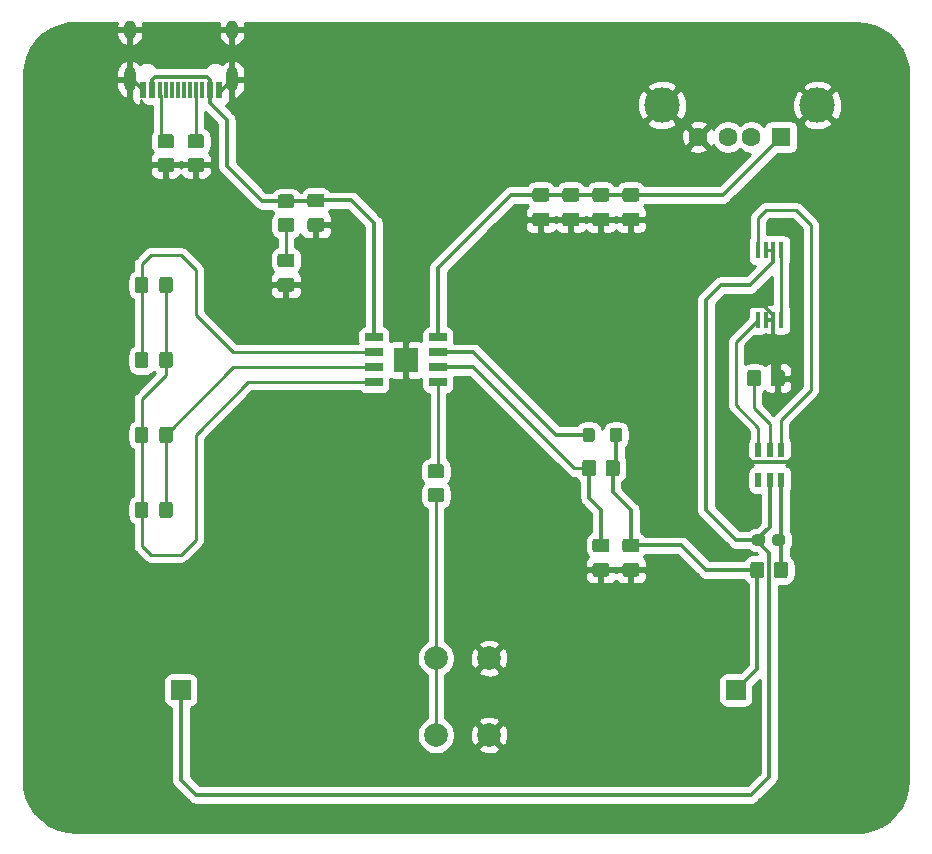
<source format=gbr>
%TF.GenerationSoftware,KiCad,Pcbnew,5.1.9*%
%TF.CreationDate,2021-06-15T13:05:46+08:00*%
%TF.ProjectId,Power-TEST,506f7765-722d-4544-9553-542e6b696361,rev?*%
%TF.SameCoordinates,Original*%
%TF.FileFunction,Copper,L1,Top*%
%TF.FilePolarity,Positive*%
%FSLAX46Y46*%
G04 Gerber Fmt 4.6, Leading zero omitted, Abs format (unit mm)*
G04 Created by KiCad (PCBNEW 5.1.9) date 2021-06-15 13:05:46*
%MOMM*%
%LPD*%
G01*
G04 APERTURE LIST*
%TA.AperFunction,ComponentPad*%
%ADD10R,1.700000X1.700000*%
%TD*%
%TA.AperFunction,SMDPad,CuDef*%
%ADD11R,0.600000X1.250000*%
%TD*%
%TA.AperFunction,SMDPad,CuDef*%
%ADD12R,1.525000X0.700000*%
%TD*%
%TA.AperFunction,SMDPad,CuDef*%
%ADD13R,2.090000X2.090000*%
%TD*%
%TA.AperFunction,ComponentPad*%
%ADD14O,1.000000X1.600000*%
%TD*%
%TA.AperFunction,ComponentPad*%
%ADD15O,1.000000X2.100000*%
%TD*%
%TA.AperFunction,SMDPad,CuDef*%
%ADD16R,0.300000X1.450000*%
%TD*%
%TA.AperFunction,SMDPad,CuDef*%
%ADD17R,0.600000X1.450000*%
%TD*%
%TA.AperFunction,ComponentPad*%
%ADD18C,3.000000*%
%TD*%
%TA.AperFunction,ComponentPad*%
%ADD19R,1.600000X1.600000*%
%TD*%
%TA.AperFunction,ComponentPad*%
%ADD20C,1.600000*%
%TD*%
%TA.AperFunction,SMDPad,CuDef*%
%ADD21R,0.450000X1.475000*%
%TD*%
%TA.AperFunction,ComponentPad*%
%ADD22C,2.000000*%
%TD*%
%TA.AperFunction,Conductor*%
%ADD23C,0.375000*%
%TD*%
%TA.AperFunction,Conductor*%
%ADD24C,0.250000*%
%TD*%
%TA.AperFunction,Conductor*%
%ADD25C,0.254000*%
%TD*%
%TA.AperFunction,Conductor*%
%ADD26C,0.100000*%
%TD*%
G04 APERTURE END LIST*
%TO.P,C3,2*%
%TO.N,Net-(C3-Pad2)*%
%TA.AperFunction,SMDPad,CuDef*%
G36*
G01*
X101507500Y-97552500D02*
X101507500Y-98027500D01*
G75*
G02*
X101270000Y-98265000I-237500J0D01*
G01*
X100670000Y-98265000D01*
G75*
G02*
X100432500Y-98027500I0J237500D01*
G01*
X100432500Y-97552500D01*
G75*
G02*
X100670000Y-97315000I237500J0D01*
G01*
X101270000Y-97315000D01*
G75*
G02*
X101507500Y-97552500I0J-237500D01*
G01*
G37*
%TD.AperFunction*%
%TO.P,C3,1*%
%TO.N,Net-(C3-Pad1)*%
%TA.AperFunction,SMDPad,CuDef*%
G36*
G01*
X103232500Y-97552500D02*
X103232500Y-98027500D01*
G75*
G02*
X102995000Y-98265000I-237500J0D01*
G01*
X102395000Y-98265000D01*
G75*
G02*
X102157500Y-98027500I0J237500D01*
G01*
X102157500Y-97552500D01*
G75*
G02*
X102395000Y-97315000I237500J0D01*
G01*
X102995000Y-97315000D01*
G75*
G02*
X103232500Y-97552500I0J-237500D01*
G01*
G37*
%TD.AperFunction*%
%TD*%
D10*
%TO.P,J3,1*%
%TO.N,Net-(C3-Pad2)*%
X52070000Y-110490000D03*
%TD*%
%TO.P,J2,1*%
%TO.N,BATT+*%
X99060000Y-110490000D03*
%TD*%
%TO.P,R7,2*%
%TO.N,GND*%
%TA.AperFunction,SMDPad,CuDef*%
G36*
G01*
X52889999Y-65440000D02*
X53790001Y-65440000D01*
G75*
G02*
X54040000Y-65689999I0J-249999D01*
G01*
X54040000Y-66390001D01*
G75*
G02*
X53790001Y-66640000I-249999J0D01*
G01*
X52889999Y-66640000D01*
G75*
G02*
X52640000Y-66390001I0J249999D01*
G01*
X52640000Y-65689999D01*
G75*
G02*
X52889999Y-65440000I249999J0D01*
G01*
G37*
%TD.AperFunction*%
%TO.P,R7,1*%
%TO.N,Net-(J1-PadA5)*%
%TA.AperFunction,SMDPad,CuDef*%
G36*
G01*
X52889999Y-63440000D02*
X53790001Y-63440000D01*
G75*
G02*
X54040000Y-63689999I0J-249999D01*
G01*
X54040000Y-64390001D01*
G75*
G02*
X53790001Y-64640000I-249999J0D01*
G01*
X52889999Y-64640000D01*
G75*
G02*
X52640000Y-64390001I0J249999D01*
G01*
X52640000Y-63689999D01*
G75*
G02*
X52889999Y-63440000I249999J0D01*
G01*
G37*
%TD.AperFunction*%
%TD*%
%TO.P,R6,2*%
%TO.N,GND*%
%TA.AperFunction,SMDPad,CuDef*%
G36*
G01*
X50349999Y-65440000D02*
X51250001Y-65440000D01*
G75*
G02*
X51500000Y-65689999I0J-249999D01*
G01*
X51500000Y-66390001D01*
G75*
G02*
X51250001Y-66640000I-249999J0D01*
G01*
X50349999Y-66640000D01*
G75*
G02*
X50100000Y-66390001I0J249999D01*
G01*
X50100000Y-65689999D01*
G75*
G02*
X50349999Y-65440000I249999J0D01*
G01*
G37*
%TD.AperFunction*%
%TO.P,R6,1*%
%TO.N,Net-(J1-PadB5)*%
%TA.AperFunction,SMDPad,CuDef*%
G36*
G01*
X50349999Y-63440000D02*
X51250001Y-63440000D01*
G75*
G02*
X51500000Y-63689999I0J-249999D01*
G01*
X51500000Y-64390001D01*
G75*
G02*
X51250001Y-64640000I-249999J0D01*
G01*
X50349999Y-64640000D01*
G75*
G02*
X50100000Y-64390001I0J249999D01*
G01*
X50100000Y-63689999D01*
G75*
G02*
X50349999Y-63440000I249999J0D01*
G01*
G37*
%TD.AperFunction*%
%TD*%
%TO.P,C1,2*%
%TO.N,GND*%
%TA.AperFunction,SMDPad,CuDef*%
G36*
G01*
X60485000Y-75612500D02*
X61435000Y-75612500D01*
G75*
G02*
X61685000Y-75862500I0J-250000D01*
G01*
X61685000Y-76537500D01*
G75*
G02*
X61435000Y-76787500I-250000J0D01*
G01*
X60485000Y-76787500D01*
G75*
G02*
X60235000Y-76537500I0J250000D01*
G01*
X60235000Y-75862500D01*
G75*
G02*
X60485000Y-75612500I250000J0D01*
G01*
G37*
%TD.AperFunction*%
%TO.P,C1,1*%
%TO.N,Net-(C1-Pad1)*%
%TA.AperFunction,SMDPad,CuDef*%
G36*
G01*
X60485000Y-73537500D02*
X61435000Y-73537500D01*
G75*
G02*
X61685000Y-73787500I0J-250000D01*
G01*
X61685000Y-74462500D01*
G75*
G02*
X61435000Y-74712500I-250000J0D01*
G01*
X60485000Y-74712500D01*
G75*
G02*
X60235000Y-74462500I0J250000D01*
G01*
X60235000Y-73787500D01*
G75*
G02*
X60485000Y-73537500I250000J0D01*
G01*
G37*
%TD.AperFunction*%
%TD*%
%TO.P,C2,1*%
%TO.N,Net-(C2-Pad1)*%
%TA.AperFunction,SMDPad,CuDef*%
G36*
G01*
X63025000Y-68457500D02*
X63975000Y-68457500D01*
G75*
G02*
X64225000Y-68707500I0J-250000D01*
G01*
X64225000Y-69382500D01*
G75*
G02*
X63975000Y-69632500I-250000J0D01*
G01*
X63025000Y-69632500D01*
G75*
G02*
X62775000Y-69382500I0J250000D01*
G01*
X62775000Y-68707500D01*
G75*
G02*
X63025000Y-68457500I250000J0D01*
G01*
G37*
%TD.AperFunction*%
%TO.P,C2,2*%
%TO.N,GND*%
%TA.AperFunction,SMDPad,CuDef*%
G36*
G01*
X63025000Y-70532500D02*
X63975000Y-70532500D01*
G75*
G02*
X64225000Y-70782500I0J-250000D01*
G01*
X64225000Y-71457500D01*
G75*
G02*
X63975000Y-71707500I-250000J0D01*
G01*
X63025000Y-71707500D01*
G75*
G02*
X62775000Y-71457500I0J250000D01*
G01*
X62775000Y-70782500D01*
G75*
G02*
X63025000Y-70532500I250000J0D01*
G01*
G37*
%TD.AperFunction*%
%TD*%
%TO.P,C4,2*%
%TO.N,Net-(C4-Pad2)*%
%TA.AperFunction,SMDPad,CuDef*%
G36*
G01*
X83025000Y-69167500D02*
X82075000Y-69167500D01*
G75*
G02*
X81825000Y-68917500I0J250000D01*
G01*
X81825000Y-68242500D01*
G75*
G02*
X82075000Y-67992500I250000J0D01*
G01*
X83025000Y-67992500D01*
G75*
G02*
X83275000Y-68242500I0J-250000D01*
G01*
X83275000Y-68917500D01*
G75*
G02*
X83025000Y-69167500I-250000J0D01*
G01*
G37*
%TD.AperFunction*%
%TO.P,C4,1*%
%TO.N,GND*%
%TA.AperFunction,SMDPad,CuDef*%
G36*
G01*
X83025000Y-71242500D02*
X82075000Y-71242500D01*
G75*
G02*
X81825000Y-70992500I0J250000D01*
G01*
X81825000Y-70317500D01*
G75*
G02*
X82075000Y-70067500I250000J0D01*
G01*
X83025000Y-70067500D01*
G75*
G02*
X83275000Y-70317500I0J-250000D01*
G01*
X83275000Y-70992500D01*
G75*
G02*
X83025000Y-71242500I-250000J0D01*
G01*
G37*
%TD.AperFunction*%
%TD*%
%TO.P,C5,2*%
%TO.N,Net-(C4-Pad2)*%
%TA.AperFunction,SMDPad,CuDef*%
G36*
G01*
X85565000Y-69167500D02*
X84615000Y-69167500D01*
G75*
G02*
X84365000Y-68917500I0J250000D01*
G01*
X84365000Y-68242500D01*
G75*
G02*
X84615000Y-67992500I250000J0D01*
G01*
X85565000Y-67992500D01*
G75*
G02*
X85815000Y-68242500I0J-250000D01*
G01*
X85815000Y-68917500D01*
G75*
G02*
X85565000Y-69167500I-250000J0D01*
G01*
G37*
%TD.AperFunction*%
%TO.P,C5,1*%
%TO.N,GND*%
%TA.AperFunction,SMDPad,CuDef*%
G36*
G01*
X85565000Y-71242500D02*
X84615000Y-71242500D01*
G75*
G02*
X84365000Y-70992500I0J250000D01*
G01*
X84365000Y-70317500D01*
G75*
G02*
X84615000Y-70067500I250000J0D01*
G01*
X85565000Y-70067500D01*
G75*
G02*
X85815000Y-70317500I0J-250000D01*
G01*
X85815000Y-70992500D01*
G75*
G02*
X85565000Y-71242500I-250000J0D01*
G01*
G37*
%TD.AperFunction*%
%TD*%
%TO.P,C6,1*%
%TO.N,GND*%
%TA.AperFunction,SMDPad,CuDef*%
G36*
G01*
X88105000Y-71242500D02*
X87155000Y-71242500D01*
G75*
G02*
X86905000Y-70992500I0J250000D01*
G01*
X86905000Y-70317500D01*
G75*
G02*
X87155000Y-70067500I250000J0D01*
G01*
X88105000Y-70067500D01*
G75*
G02*
X88355000Y-70317500I0J-250000D01*
G01*
X88355000Y-70992500D01*
G75*
G02*
X88105000Y-71242500I-250000J0D01*
G01*
G37*
%TD.AperFunction*%
%TO.P,C6,2*%
%TO.N,Net-(C4-Pad2)*%
%TA.AperFunction,SMDPad,CuDef*%
G36*
G01*
X88105000Y-69167500D02*
X87155000Y-69167500D01*
G75*
G02*
X86905000Y-68917500I0J250000D01*
G01*
X86905000Y-68242500D01*
G75*
G02*
X87155000Y-67992500I250000J0D01*
G01*
X88105000Y-67992500D01*
G75*
G02*
X88355000Y-68242500I0J-250000D01*
G01*
X88355000Y-68917500D01*
G75*
G02*
X88105000Y-69167500I-250000J0D01*
G01*
G37*
%TD.AperFunction*%
%TD*%
%TO.P,C7,1*%
%TO.N,GND*%
%TA.AperFunction,SMDPad,CuDef*%
G36*
G01*
X90645000Y-71242500D02*
X89695000Y-71242500D01*
G75*
G02*
X89445000Y-70992500I0J250000D01*
G01*
X89445000Y-70317500D01*
G75*
G02*
X89695000Y-70067500I250000J0D01*
G01*
X90645000Y-70067500D01*
G75*
G02*
X90895000Y-70317500I0J-250000D01*
G01*
X90895000Y-70992500D01*
G75*
G02*
X90645000Y-71242500I-250000J0D01*
G01*
G37*
%TD.AperFunction*%
%TO.P,C7,2*%
%TO.N,Net-(C4-Pad2)*%
%TA.AperFunction,SMDPad,CuDef*%
G36*
G01*
X90645000Y-69167500D02*
X89695000Y-69167500D01*
G75*
G02*
X89445000Y-68917500I0J250000D01*
G01*
X89445000Y-68242500D01*
G75*
G02*
X89695000Y-67992500I250000J0D01*
G01*
X90645000Y-67992500D01*
G75*
G02*
X90895000Y-68242500I0J-250000D01*
G01*
X90895000Y-68917500D01*
G75*
G02*
X90645000Y-69167500I-250000J0D01*
G01*
G37*
%TD.AperFunction*%
%TD*%
%TO.P,C8,2*%
%TO.N,GND*%
%TA.AperFunction,SMDPad,CuDef*%
G36*
G01*
X87155000Y-99742500D02*
X88105000Y-99742500D01*
G75*
G02*
X88355000Y-99992500I0J-250000D01*
G01*
X88355000Y-100667500D01*
G75*
G02*
X88105000Y-100917500I-250000J0D01*
G01*
X87155000Y-100917500D01*
G75*
G02*
X86905000Y-100667500I0J250000D01*
G01*
X86905000Y-99992500D01*
G75*
G02*
X87155000Y-99742500I250000J0D01*
G01*
G37*
%TD.AperFunction*%
%TO.P,C8,1*%
%TO.N,Net-(C8-Pad1)*%
%TA.AperFunction,SMDPad,CuDef*%
G36*
G01*
X87155000Y-97667500D02*
X88105000Y-97667500D01*
G75*
G02*
X88355000Y-97917500I0J-250000D01*
G01*
X88355000Y-98592500D01*
G75*
G02*
X88105000Y-98842500I-250000J0D01*
G01*
X87155000Y-98842500D01*
G75*
G02*
X86905000Y-98592500I0J250000D01*
G01*
X86905000Y-97917500D01*
G75*
G02*
X87155000Y-97667500I250000J0D01*
G01*
G37*
%TD.AperFunction*%
%TD*%
%TO.P,C9,1*%
%TO.N,BATT+*%
%TA.AperFunction,SMDPad,CuDef*%
G36*
G01*
X89695000Y-97667500D02*
X90645000Y-97667500D01*
G75*
G02*
X90895000Y-97917500I0J-250000D01*
G01*
X90895000Y-98592500D01*
G75*
G02*
X90645000Y-98842500I-250000J0D01*
G01*
X89695000Y-98842500D01*
G75*
G02*
X89445000Y-98592500I0J250000D01*
G01*
X89445000Y-97917500D01*
G75*
G02*
X89695000Y-97667500I250000J0D01*
G01*
G37*
%TD.AperFunction*%
%TO.P,C9,2*%
%TO.N,GND*%
%TA.AperFunction,SMDPad,CuDef*%
G36*
G01*
X89695000Y-99742500D02*
X90645000Y-99742500D01*
G75*
G02*
X90895000Y-99992500I0J-250000D01*
G01*
X90895000Y-100667500D01*
G75*
G02*
X90645000Y-100917500I-250000J0D01*
G01*
X89695000Y-100917500D01*
G75*
G02*
X89445000Y-100667500I0J250000D01*
G01*
X89445000Y-99992500D01*
G75*
G02*
X89695000Y-99742500I250000J0D01*
G01*
G37*
%TD.AperFunction*%
%TD*%
%TO.P,D1,2*%
%TO.N,Net-(D1-Pad2)*%
%TA.AperFunction,SMDPad,CuDef*%
G36*
G01*
X49325000Y-75749999D02*
X49325000Y-76650001D01*
G75*
G02*
X49075001Y-76900000I-249999J0D01*
G01*
X48424999Y-76900000D01*
G75*
G02*
X48175000Y-76650001I0J249999D01*
G01*
X48175000Y-75749999D01*
G75*
G02*
X48424999Y-75500000I249999J0D01*
G01*
X49075001Y-75500000D01*
G75*
G02*
X49325000Y-75749999I0J-249999D01*
G01*
G37*
%TD.AperFunction*%
%TO.P,D1,1*%
%TO.N,Net-(D1-Pad1)*%
%TA.AperFunction,SMDPad,CuDef*%
G36*
G01*
X51375000Y-75749999D02*
X51375000Y-76650001D01*
G75*
G02*
X51125001Y-76900000I-249999J0D01*
G01*
X50474999Y-76900000D01*
G75*
G02*
X50225000Y-76650001I0J249999D01*
G01*
X50225000Y-75749999D01*
G75*
G02*
X50474999Y-75500000I249999J0D01*
G01*
X51125001Y-75500000D01*
G75*
G02*
X51375000Y-75749999I0J-249999D01*
G01*
G37*
%TD.AperFunction*%
%TD*%
%TO.P,D2,1*%
%TO.N,Net-(D1-Pad2)*%
%TA.AperFunction,SMDPad,CuDef*%
G36*
G01*
X48175000Y-83000001D02*
X48175000Y-82099999D01*
G75*
G02*
X48424999Y-81850000I249999J0D01*
G01*
X49075001Y-81850000D01*
G75*
G02*
X49325000Y-82099999I0J-249999D01*
G01*
X49325000Y-83000001D01*
G75*
G02*
X49075001Y-83250000I-249999J0D01*
G01*
X48424999Y-83250000D01*
G75*
G02*
X48175000Y-83000001I0J249999D01*
G01*
G37*
%TD.AperFunction*%
%TO.P,D2,2*%
%TO.N,Net-(D1-Pad1)*%
%TA.AperFunction,SMDPad,CuDef*%
G36*
G01*
X50225000Y-83000001D02*
X50225000Y-82099999D01*
G75*
G02*
X50474999Y-81850000I249999J0D01*
G01*
X51125001Y-81850000D01*
G75*
G02*
X51375000Y-82099999I0J-249999D01*
G01*
X51375000Y-83000001D01*
G75*
G02*
X51125001Y-83250000I-249999J0D01*
G01*
X50474999Y-83250000D01*
G75*
G02*
X50225000Y-83000001I0J249999D01*
G01*
G37*
%TD.AperFunction*%
%TD*%
%TO.P,D3,1*%
%TO.N,Net-(D1-Pad1)*%
%TA.AperFunction,SMDPad,CuDef*%
G36*
G01*
X48175000Y-89350001D02*
X48175000Y-88449999D01*
G75*
G02*
X48424999Y-88200000I249999J0D01*
G01*
X49075001Y-88200000D01*
G75*
G02*
X49325000Y-88449999I0J-249999D01*
G01*
X49325000Y-89350001D01*
G75*
G02*
X49075001Y-89600000I-249999J0D01*
G01*
X48424999Y-89600000D01*
G75*
G02*
X48175000Y-89350001I0J249999D01*
G01*
G37*
%TD.AperFunction*%
%TO.P,D3,2*%
%TO.N,Net-(D3-Pad2)*%
%TA.AperFunction,SMDPad,CuDef*%
G36*
G01*
X50225000Y-89350001D02*
X50225000Y-88449999D01*
G75*
G02*
X50474999Y-88200000I249999J0D01*
G01*
X51125001Y-88200000D01*
G75*
G02*
X51375000Y-88449999I0J-249999D01*
G01*
X51375000Y-89350001D01*
G75*
G02*
X51125001Y-89600000I-249999J0D01*
G01*
X50474999Y-89600000D01*
G75*
G02*
X50225000Y-89350001I0J249999D01*
G01*
G37*
%TD.AperFunction*%
%TD*%
%TO.P,D4,2*%
%TO.N,Net-(D1-Pad1)*%
%TA.AperFunction,SMDPad,CuDef*%
G36*
G01*
X49325000Y-94799999D02*
X49325000Y-95700001D01*
G75*
G02*
X49075001Y-95950000I-249999J0D01*
G01*
X48424999Y-95950000D01*
G75*
G02*
X48175000Y-95700001I0J249999D01*
G01*
X48175000Y-94799999D01*
G75*
G02*
X48424999Y-94550000I249999J0D01*
G01*
X49075001Y-94550000D01*
G75*
G02*
X49325000Y-94799999I0J-249999D01*
G01*
G37*
%TD.AperFunction*%
%TO.P,D4,1*%
%TO.N,Net-(D3-Pad2)*%
%TA.AperFunction,SMDPad,CuDef*%
G36*
G01*
X51375000Y-94799999D02*
X51375000Y-95700001D01*
G75*
G02*
X51125001Y-95950000I-249999J0D01*
G01*
X50474999Y-95950000D01*
G75*
G02*
X50225000Y-95700001I0J249999D01*
G01*
X50225000Y-94799999D01*
G75*
G02*
X50474999Y-94550000I249999J0D01*
G01*
X51125001Y-94550000D01*
G75*
G02*
X51375000Y-94799999I0J-249999D01*
G01*
G37*
%TD.AperFunction*%
%TD*%
D11*
%TO.P,IC1,1*%
%TO.N,Net-(IC1-Pad1)*%
X102870000Y-90210000D03*
%TO.P,IC1,2*%
%TO.N,Net-(IC1-Pad2)*%
X101920000Y-90210000D03*
%TO.P,IC1,3*%
%TO.N,Net-(IC1-Pad3)*%
X100970000Y-90210000D03*
%TO.P,IC1,4*%
%TO.N,Net-(IC1-Pad4)*%
X100970000Y-92710000D03*
%TO.P,IC1,5*%
%TO.N,Net-(C3-Pad2)*%
X101920000Y-92710000D03*
%TO.P,IC1,6*%
%TO.N,Net-(C3-Pad1)*%
X102870000Y-92710000D03*
%TD*%
D12*
%TO.P,IC2,1*%
%TO.N,Net-(C2-Pad1)*%
X68408000Y-80645000D03*
%TO.P,IC2,2*%
%TO.N,Net-(D1-Pad2)*%
X68408000Y-81915000D03*
%TO.P,IC2,3*%
%TO.N,Net-(D3-Pad2)*%
X68408000Y-83185000D03*
%TO.P,IC2,4*%
%TO.N,Net-(D1-Pad1)*%
X68408000Y-84455000D03*
%TO.P,IC2,5*%
%TO.N,Net-(IC2-Pad5)*%
X73832000Y-84455000D03*
%TO.P,IC2,6*%
%TO.N,Net-(C8-Pad1)*%
X73832000Y-83185000D03*
%TO.P,IC2,7*%
%TO.N,Net-(IC2-Pad7)*%
X73832000Y-81915000D03*
%TO.P,IC2,8*%
%TO.N,Net-(C4-Pad2)*%
X73832000Y-80645000D03*
D13*
%TO.P,IC2,9*%
%TO.N,GND*%
X71120000Y-82550000D03*
%TD*%
D14*
%TO.P,J1,S1*%
%TO.N,GND*%
X47750000Y-54595000D03*
X56390000Y-54595000D03*
D15*
X56390000Y-58775000D03*
X47750000Y-58775000D03*
D16*
%TO.P,J1,A6*%
%TO.N,Net-(J1-PadA6)*%
X52320000Y-59690000D03*
%TO.P,J1,B5*%
%TO.N,Net-(J1-PadB5)*%
X50320000Y-59690000D03*
%TO.P,J1,A8*%
%TO.N,Net-(J1-PadA8)*%
X50820000Y-59690000D03*
%TO.P,J1,B6*%
%TO.N,Net-(J1-PadB6)*%
X51320000Y-59690000D03*
%TO.P,J1,A7*%
%TO.N,Net-(J1-PadA7)*%
X51820000Y-59690000D03*
%TO.P,J1,B7*%
%TO.N,Net-(J1-PadB7)*%
X52820000Y-59690000D03*
%TO.P,J1,A5*%
%TO.N,Net-(J1-PadA5)*%
X53320000Y-59690000D03*
%TO.P,J1,B8*%
%TO.N,Net-(J1-PadB8)*%
X53820000Y-59690000D03*
D17*
%TO.P,J1,A12*%
%TO.N,GND*%
X48820000Y-59690000D03*
%TO.P,J1,B4*%
%TO.N,Net-(C2-Pad1)*%
X49620000Y-59690000D03*
%TO.P,J1,A4*%
X54520000Y-59690000D03*
%TO.P,J1,A1*%
%TO.N,GND*%
X55320000Y-59690000D03*
%TO.P,J1,B12*%
X55320000Y-59690000D03*
%TO.P,J1,B9*%
%TO.N,Net-(C2-Pad1)*%
X54520000Y-59690000D03*
%TO.P,J1,A9*%
X49620000Y-59690000D03*
%TO.P,J1,B1*%
%TO.N,GND*%
X48820000Y-59690000D03*
%TD*%
D18*
%TO.P,J4,5*%
%TO.N,GND*%
X92800000Y-60960000D03*
X105940000Y-60960000D03*
D19*
%TO.P,J4,1*%
%TO.N,Net-(C4-Pad2)*%
X102870000Y-63670000D03*
D20*
%TO.P,J4,2*%
%TO.N,Net-(J4-Pad2)*%
X100370000Y-63670000D03*
%TO.P,J4,3*%
%TO.N,Net-(J4-Pad3)*%
X98370000Y-63670000D03*
%TO.P,J4,4*%
%TO.N,GND*%
X95870000Y-63670000D03*
%TD*%
%TO.P,L1,1*%
%TO.N,Net-(IC2-Pad7)*%
%TA.AperFunction,SMDPad,CuDef*%
G36*
G01*
X86075000Y-89250001D02*
X86075000Y-88549999D01*
G75*
G02*
X86324999Y-88300000I249999J0D01*
G01*
X86875001Y-88300000D01*
G75*
G02*
X87125000Y-88549999I0J-249999D01*
G01*
X87125000Y-89250001D01*
G75*
G02*
X86875001Y-89500000I-249999J0D01*
G01*
X86324999Y-89500000D01*
G75*
G02*
X86075000Y-89250001I0J249999D01*
G01*
G37*
%TD.AperFunction*%
%TO.P,L1,2*%
%TO.N,BATT+*%
%TA.AperFunction,SMDPad,CuDef*%
G36*
G01*
X88375000Y-89250001D02*
X88375000Y-88549999D01*
G75*
G02*
X88624999Y-88300000I249999J0D01*
G01*
X89175001Y-88300000D01*
G75*
G02*
X89425000Y-88549999I0J-249999D01*
G01*
X89425000Y-89250001D01*
G75*
G02*
X89175001Y-89500000I-249999J0D01*
G01*
X88624999Y-89500000D01*
G75*
G02*
X88375000Y-89250001I0J249999D01*
G01*
G37*
%TD.AperFunction*%
%TD*%
D21*
%TO.P,Q1,1*%
%TO.N,Net-(Q1-Pad1)*%
X102870000Y-73262000D03*
%TO.P,Q1,2*%
%TO.N,Net-(C3-Pad2)*%
X102220000Y-73262000D03*
%TO.P,Q1,3*%
X101570000Y-73262000D03*
%TO.P,Q1,4*%
%TO.N,Net-(IC1-Pad1)*%
X100920000Y-73262000D03*
%TO.P,Q1,5*%
%TO.N,Net-(IC1-Pad3)*%
X100920000Y-79138000D03*
%TO.P,Q1,6*%
%TO.N,GND*%
X101570000Y-79138000D03*
%TO.P,Q1,7*%
X102220000Y-79138000D03*
%TO.P,Q1,8*%
%TO.N,Net-(Q1-Pad1)*%
X102870000Y-79138000D03*
%TD*%
%TO.P,R1,1*%
%TO.N,Net-(C2-Pad1)*%
%TA.AperFunction,SMDPad,CuDef*%
G36*
G01*
X60509999Y-68520000D02*
X61410001Y-68520000D01*
G75*
G02*
X61660000Y-68769999I0J-249999D01*
G01*
X61660000Y-69470001D01*
G75*
G02*
X61410001Y-69720000I-249999J0D01*
G01*
X60509999Y-69720000D01*
G75*
G02*
X60260000Y-69470001I0J249999D01*
G01*
X60260000Y-68769999D01*
G75*
G02*
X60509999Y-68520000I249999J0D01*
G01*
G37*
%TD.AperFunction*%
%TO.P,R1,2*%
%TO.N,Net-(C1-Pad1)*%
%TA.AperFunction,SMDPad,CuDef*%
G36*
G01*
X60509999Y-70520000D02*
X61410001Y-70520000D01*
G75*
G02*
X61660000Y-70769999I0J-249999D01*
G01*
X61660000Y-71470001D01*
G75*
G02*
X61410001Y-71720000I-249999J0D01*
G01*
X60509999Y-71720000D01*
G75*
G02*
X60260000Y-71470001I0J249999D01*
G01*
X60260000Y-70769999D01*
G75*
G02*
X60509999Y-70520000I249999J0D01*
G01*
G37*
%TD.AperFunction*%
%TD*%
%TO.P,R2,1*%
%TO.N,Net-(IC1-Pad2)*%
%TA.AperFunction,SMDPad,CuDef*%
G36*
G01*
X100000000Y-84540001D02*
X100000000Y-83639999D01*
G75*
G02*
X100249999Y-83390000I249999J0D01*
G01*
X100950001Y-83390000D01*
G75*
G02*
X101200000Y-83639999I0J-249999D01*
G01*
X101200000Y-84540001D01*
G75*
G02*
X100950001Y-84790000I-249999J0D01*
G01*
X100249999Y-84790000D01*
G75*
G02*
X100000000Y-84540001I0J249999D01*
G01*
G37*
%TD.AperFunction*%
%TO.P,R2,2*%
%TO.N,GND*%
%TA.AperFunction,SMDPad,CuDef*%
G36*
G01*
X102000000Y-84540001D02*
X102000000Y-83639999D01*
G75*
G02*
X102249999Y-83390000I249999J0D01*
G01*
X102950001Y-83390000D01*
G75*
G02*
X103200000Y-83639999I0J-249999D01*
G01*
X103200000Y-84540001D01*
G75*
G02*
X102950001Y-84790000I-249999J0D01*
G01*
X102249999Y-84790000D01*
G75*
G02*
X102000000Y-84540001I0J249999D01*
G01*
G37*
%TD.AperFunction*%
%TD*%
%TO.P,R3,1*%
%TO.N,BATT+*%
%TA.AperFunction,SMDPad,CuDef*%
G36*
G01*
X100270000Y-100780001D02*
X100270000Y-99879999D01*
G75*
G02*
X100519999Y-99630000I249999J0D01*
G01*
X101220001Y-99630000D01*
G75*
G02*
X101470000Y-99879999I0J-249999D01*
G01*
X101470000Y-100780001D01*
G75*
G02*
X101220001Y-101030000I-249999J0D01*
G01*
X100519999Y-101030000D01*
G75*
G02*
X100270000Y-100780001I0J249999D01*
G01*
G37*
%TD.AperFunction*%
%TO.P,R3,2*%
%TO.N,Net-(C3-Pad1)*%
%TA.AperFunction,SMDPad,CuDef*%
G36*
G01*
X102270000Y-100780001D02*
X102270000Y-99879999D01*
G75*
G02*
X102519999Y-99630000I249999J0D01*
G01*
X103220001Y-99630000D01*
G75*
G02*
X103470000Y-99879999I0J-249999D01*
G01*
X103470000Y-100780001D01*
G75*
G02*
X103220001Y-101030000I-249999J0D01*
G01*
X102519999Y-101030000D01*
G75*
G02*
X102270000Y-100780001I0J249999D01*
G01*
G37*
%TD.AperFunction*%
%TD*%
%TO.P,R4,2*%
%TO.N,Net-(IC2-Pad5)*%
%TA.AperFunction,SMDPad,CuDef*%
G36*
G01*
X74110001Y-92580000D02*
X73209999Y-92580000D01*
G75*
G02*
X72960000Y-92330001I0J249999D01*
G01*
X72960000Y-91629999D01*
G75*
G02*
X73209999Y-91380000I249999J0D01*
G01*
X74110001Y-91380000D01*
G75*
G02*
X74360000Y-91629999I0J-249999D01*
G01*
X74360000Y-92330001D01*
G75*
G02*
X74110001Y-92580000I-249999J0D01*
G01*
G37*
%TD.AperFunction*%
%TO.P,R4,1*%
%TO.N,Net-(R4-Pad1)*%
%TA.AperFunction,SMDPad,CuDef*%
G36*
G01*
X74110001Y-94580000D02*
X73209999Y-94580000D01*
G75*
G02*
X72960000Y-94330001I0J249999D01*
G01*
X72960000Y-93629999D01*
G75*
G02*
X73209999Y-93380000I249999J0D01*
G01*
X74110001Y-93380000D01*
G75*
G02*
X74360000Y-93629999I0J-249999D01*
G01*
X74360000Y-94330001D01*
G75*
G02*
X74110001Y-94580000I-249999J0D01*
G01*
G37*
%TD.AperFunction*%
%TD*%
%TO.P,R5,1*%
%TO.N,BATT+*%
%TA.AperFunction,SMDPad,CuDef*%
G36*
G01*
X89230000Y-91259999D02*
X89230000Y-92160001D01*
G75*
G02*
X88980001Y-92410000I-249999J0D01*
G01*
X88279999Y-92410000D01*
G75*
G02*
X88030000Y-92160001I0J249999D01*
G01*
X88030000Y-91259999D01*
G75*
G02*
X88279999Y-91010000I249999J0D01*
G01*
X88980001Y-91010000D01*
G75*
G02*
X89230000Y-91259999I0J-249999D01*
G01*
G37*
%TD.AperFunction*%
%TO.P,R5,2*%
%TO.N,Net-(C8-Pad1)*%
%TA.AperFunction,SMDPad,CuDef*%
G36*
G01*
X87230000Y-91259999D02*
X87230000Y-92160001D01*
G75*
G02*
X86980001Y-92410000I-249999J0D01*
G01*
X86279999Y-92410000D01*
G75*
G02*
X86030000Y-92160001I0J249999D01*
G01*
X86030000Y-91259999D01*
G75*
G02*
X86279999Y-91010000I249999J0D01*
G01*
X86980001Y-91010000D01*
G75*
G02*
X87230000Y-91259999I0J-249999D01*
G01*
G37*
%TD.AperFunction*%
%TD*%
D22*
%TO.P,SW1,2*%
%TO.N,GND*%
X78160000Y-114300000D03*
%TO.P,SW1,1*%
%TO.N,Net-(R4-Pad1)*%
X73660000Y-114300000D03*
%TO.P,SW1,2*%
%TO.N,GND*%
X78160000Y-107800000D03*
%TO.P,SW1,1*%
%TO.N,Net-(R4-Pad1)*%
X73660000Y-107800000D03*
%TD*%
D23*
%TO.N,GND*%
X47905000Y-58775000D02*
X48820000Y-59690000D01*
X47750000Y-58775000D02*
X47905000Y-58775000D01*
X87630000Y-100330000D02*
X90170000Y-100330000D01*
X102220000Y-79138000D02*
X101570000Y-79138000D01*
X102220000Y-83710000D02*
X102600000Y-84090000D01*
X102220000Y-79138000D02*
X102220000Y-83710000D01*
X107950000Y-62970000D02*
X105940000Y-60960000D01*
X107950000Y-86752502D02*
X107950000Y-62970000D01*
X103480001Y-91222501D02*
X107950000Y-86752502D01*
X97790000Y-88142510D02*
X100359999Y-91222501D01*
X97790000Y-79850508D02*
X97790000Y-88142510D01*
X100359999Y-91222501D02*
X103480001Y-91222501D01*
X99060000Y-78012999D02*
X97790000Y-79850508D01*
X101455001Y-78012999D02*
X99060000Y-78012999D01*
X102220000Y-78777998D02*
X101455001Y-78012999D01*
X102220000Y-79138000D02*
X102220000Y-78777998D01*
D24*
X55475000Y-59690000D02*
X56390000Y-58775000D01*
X55320000Y-59690000D02*
X55475000Y-59690000D01*
%TO.N,Net-(C1-Pad1)*%
X60960000Y-71120000D02*
X60960000Y-74125000D01*
%TO.N,Net-(C2-Pad1)*%
X63425000Y-69120000D02*
X63500000Y-69045000D01*
D23*
X60960000Y-69120000D02*
X63425000Y-69120000D01*
X63500000Y-69045000D02*
X66505000Y-69045000D01*
X68408000Y-70948000D02*
X68408000Y-80645000D01*
X66505000Y-69045000D02*
X68408000Y-70948000D01*
X54520000Y-58817498D02*
X54520000Y-59690000D01*
X49902003Y-58577499D02*
X54280001Y-58577499D01*
X54280001Y-58577499D02*
X54520000Y-58817498D01*
X49620000Y-58859502D02*
X49902003Y-58577499D01*
X49620000Y-59690000D02*
X49620000Y-58859502D01*
X54520000Y-60790000D02*
X55960000Y-62230000D01*
X54520000Y-59690000D02*
X54520000Y-60790000D01*
X55960000Y-62230000D02*
X55960000Y-66120000D01*
X58960000Y-69120000D02*
X60960000Y-69120000D01*
X55960000Y-66120000D02*
X58960000Y-69120000D01*
%TO.N,Net-(C3-Pad1)*%
X102870000Y-92710000D02*
X102870000Y-97790000D01*
X102870000Y-97790000D02*
X102870000Y-100330000D01*
%TO.N,Net-(C3-Pad2)*%
X101920000Y-96665000D02*
X100795000Y-97790000D01*
X101920000Y-92710000D02*
X101920000Y-96665000D01*
D24*
X101570000Y-73262000D02*
X102220000Y-73262000D01*
D23*
X96520000Y-95250000D02*
X99060000Y-97790000D01*
X96520000Y-77470000D02*
X96520000Y-95250000D01*
X97790000Y-76200000D02*
X96520000Y-77470000D01*
X100269500Y-76200000D02*
X97790000Y-76200000D01*
X99060000Y-97790000D02*
X100795000Y-97790000D01*
X102220000Y-74249500D02*
X100269500Y-76200000D01*
X102220000Y-73262000D02*
X102220000Y-74249500D01*
X52070000Y-118110000D02*
X52070000Y-110490000D01*
X53340000Y-119380000D02*
X52070000Y-118110000D01*
X100330000Y-119380000D02*
X53340000Y-119380000D01*
X101882490Y-117827510D02*
X100330000Y-119380000D01*
X101882490Y-98877490D02*
X101882490Y-117827510D01*
X100795000Y-97790000D02*
X101882490Y-98877490D01*
%TO.N,Net-(C4-Pad2)*%
X73832000Y-80645000D02*
X73832000Y-74758000D01*
X80010000Y-68580000D02*
X82550000Y-68580000D01*
X73832000Y-74758000D02*
X80010000Y-68580000D01*
X82550000Y-68580000D02*
X85090000Y-68580000D01*
X85090000Y-68580000D02*
X87630000Y-68580000D01*
X87630000Y-68580000D02*
X90170000Y-68580000D01*
X97960000Y-68580000D02*
X102870000Y-63670000D01*
X90170000Y-68580000D02*
X97960000Y-68580000D01*
%TO.N,Net-(C8-Pad1)*%
X73832000Y-83185000D02*
X76835000Y-83185000D01*
D24*
X85360000Y-91710000D02*
X86630000Y-91710000D01*
D23*
X76835000Y-83185000D02*
X85360000Y-91710000D01*
X86630000Y-91710000D02*
X86630000Y-94250000D01*
X87630000Y-95250000D02*
X87630000Y-98255000D01*
X86630000Y-94250000D02*
X87630000Y-95250000D01*
%TO.N,BATT+*%
X88900000Y-91440000D02*
X88630000Y-91710000D01*
X88900000Y-88900000D02*
X88900000Y-91440000D01*
X88630000Y-91710000D02*
X88630000Y-93710000D01*
X90170000Y-95250000D02*
X90170000Y-98255000D01*
X88630000Y-93710000D02*
X90170000Y-95250000D01*
X90170000Y-98255000D02*
X94445000Y-98255000D01*
X96520000Y-100330000D02*
X100870000Y-100330000D01*
X94445000Y-98255000D02*
X96520000Y-100330000D01*
X90170000Y-98255000D02*
X93175000Y-98255000D01*
X100870000Y-108680000D02*
X99060000Y-110490000D01*
X100870000Y-100330000D02*
X100870000Y-108680000D01*
D24*
%TO.N,Net-(D1-Pad2)*%
X48750000Y-76200000D02*
X48750000Y-82550000D01*
X48750000Y-76200000D02*
X48750000Y-74440000D01*
X48750000Y-74440000D02*
X49530000Y-73660000D01*
X49530000Y-73660000D02*
X52070000Y-73660000D01*
X52070000Y-73660000D02*
X53340000Y-74930000D01*
X53340000Y-74930000D02*
X53340000Y-78740000D01*
X56515000Y-81915000D02*
X68408000Y-81915000D01*
X53340000Y-78740000D02*
X56515000Y-81915000D01*
%TO.N,Net-(D1-Pad1)*%
X50800000Y-76200000D02*
X50800000Y-82550000D01*
X50800000Y-82550000D02*
X50800000Y-83820000D01*
X48750000Y-85870000D02*
X48750000Y-88900000D01*
X50800000Y-83820000D02*
X48750000Y-85870000D01*
X48750000Y-88900000D02*
X48750000Y-95250000D01*
X68408000Y-84455000D02*
X57785000Y-84455000D01*
X57785000Y-84455000D02*
X53340000Y-88900000D01*
X53340000Y-88900000D02*
X53340000Y-97790000D01*
X53340000Y-97790000D02*
X52070000Y-99060000D01*
X52070000Y-99060000D02*
X49530000Y-99060000D01*
X48750000Y-98280000D02*
X48750000Y-95250000D01*
X49530000Y-99060000D02*
X48750000Y-98280000D01*
%TO.N,Net-(D3-Pad2)*%
X50800000Y-88900000D02*
X50800000Y-95250000D01*
X56515000Y-83185000D02*
X50800000Y-88900000D01*
X68408000Y-83185000D02*
X56515000Y-83185000D01*
%TO.N,Net-(IC1-Pad1)*%
X100920000Y-73262000D02*
X100920000Y-72980000D01*
X102870000Y-90210000D02*
X102870000Y-87630000D01*
X104140000Y-69850000D02*
X101600000Y-69850000D01*
X102870000Y-87630000D02*
X105410000Y-85090000D01*
X105410000Y-85090000D02*
X105410000Y-71120000D01*
X100920000Y-70530000D02*
X100920000Y-73262000D01*
X105410000Y-71120000D02*
X104140000Y-69850000D01*
X101600000Y-69850000D02*
X100920000Y-70530000D01*
%TO.N,Net-(IC1-Pad2)*%
X100600000Y-84090000D02*
X100600000Y-86630000D01*
X101920000Y-87950000D02*
X101920000Y-90210000D01*
X100600000Y-86630000D02*
X101920000Y-87950000D01*
%TO.N,Net-(IC1-Pad3)*%
X100920000Y-79138000D02*
X99060000Y-80998000D01*
X99060000Y-80998000D02*
X99060000Y-86360000D01*
X100970000Y-88270000D02*
X100970000Y-90210000D01*
X99060000Y-86360000D02*
X100970000Y-88270000D01*
%TO.N,Net-(IC2-Pad5)*%
X73832000Y-91808000D02*
X73660000Y-91980000D01*
X73832000Y-84455000D02*
X73832000Y-91808000D01*
D23*
%TO.N,Net-(IC2-Pad7)*%
X76835000Y-81915000D02*
X83820000Y-88900000D01*
X83820000Y-88900000D02*
X86600000Y-88900000D01*
X73832000Y-81915000D02*
X76835000Y-81915000D01*
D24*
%TO.N,Net-(Q1-Pad1)*%
X102870000Y-73262000D02*
X102870000Y-79138000D01*
%TO.N,Net-(R4-Pad1)*%
X73660000Y-93980000D02*
X73660000Y-107800000D01*
X73660000Y-107800000D02*
X73660000Y-114300000D01*
%TO.N,Net-(J1-PadB5)*%
X50344999Y-63584999D02*
X50344999Y-60140010D01*
X50800000Y-64040000D02*
X50344999Y-63584999D01*
%TO.N,Net-(J1-PadA5)*%
X53340000Y-60145009D02*
X53344999Y-60140010D01*
X53340000Y-64040000D02*
X53340000Y-60145009D01*
%TD*%
D25*
%TO.N,GND*%
X46615000Y-54168000D02*
X46615000Y-54468000D01*
X47623000Y-54468000D01*
X47623000Y-54448000D01*
X47877000Y-54448000D01*
X47877000Y-54468000D01*
X48885000Y-54468000D01*
X48885000Y-54168000D01*
X48849261Y-54000000D01*
X55290739Y-54000000D01*
X55255000Y-54168000D01*
X55255000Y-54468000D01*
X56263000Y-54468000D01*
X56263000Y-54448000D01*
X56517000Y-54448000D01*
X56517000Y-54468000D01*
X57525000Y-54468000D01*
X57525000Y-54168000D01*
X57489261Y-54000000D01*
X109190608Y-54000000D01*
X110002249Y-54072437D01*
X110759774Y-54279672D01*
X111468625Y-54617777D01*
X112106404Y-55076067D01*
X112652946Y-55640055D01*
X113090977Y-56291913D01*
X113406651Y-57011038D01*
X113591206Y-57779768D01*
X113640000Y-58444207D01*
X113640001Y-112997572D01*
X113640000Y-112997582D01*
X113640001Y-118080597D01*
X113567563Y-118892249D01*
X113360328Y-119649774D01*
X113022221Y-120358627D01*
X112563928Y-120996410D01*
X111999945Y-121542946D01*
X111348085Y-121980978D01*
X110628963Y-122296651D01*
X109860232Y-122481206D01*
X109195792Y-122530000D01*
X43209392Y-122530000D01*
X42397751Y-122457563D01*
X41640226Y-122250328D01*
X40931373Y-121912221D01*
X40293590Y-121453928D01*
X39747054Y-120889945D01*
X39309022Y-120238085D01*
X38993349Y-119518963D01*
X38808794Y-118750232D01*
X38760000Y-118085792D01*
X38760000Y-109640000D01*
X50581928Y-109640000D01*
X50581928Y-111340000D01*
X50594188Y-111464482D01*
X50630498Y-111584180D01*
X50689463Y-111694494D01*
X50768815Y-111791185D01*
X50865506Y-111870537D01*
X50975820Y-111929502D01*
X51095518Y-111965812D01*
X51220000Y-111978072D01*
X51247501Y-111978072D01*
X51247500Y-118069602D01*
X51243521Y-118110000D01*
X51259402Y-118271238D01*
X51292558Y-118380540D01*
X51306433Y-118426279D01*
X51382808Y-118569166D01*
X51485591Y-118694409D01*
X51516975Y-118720165D01*
X52729835Y-119933025D01*
X52755591Y-119964409D01*
X52880833Y-120067192D01*
X53023720Y-120143567D01*
X53142676Y-120179652D01*
X53178761Y-120190598D01*
X53195380Y-120192235D01*
X53299602Y-120202500D01*
X53299608Y-120202500D01*
X53339999Y-120206478D01*
X53380390Y-120202500D01*
X100289602Y-120202500D01*
X100330000Y-120206479D01*
X100370398Y-120202500D01*
X100491238Y-120190598D01*
X100646280Y-120143567D01*
X100789167Y-120067192D01*
X100914409Y-119964409D01*
X100940165Y-119933025D01*
X102435515Y-118437675D01*
X102466899Y-118411919D01*
X102569682Y-118286677D01*
X102646057Y-118143790D01*
X102693088Y-117988748D01*
X102704990Y-117867908D01*
X102704990Y-117867899D01*
X102708968Y-117827511D01*
X102704990Y-117787123D01*
X102704990Y-101668072D01*
X103220001Y-101668072D01*
X103393255Y-101651008D01*
X103559851Y-101600472D01*
X103713387Y-101518405D01*
X103847962Y-101407962D01*
X103958405Y-101273387D01*
X104040472Y-101119851D01*
X104091008Y-100953255D01*
X104108072Y-100780001D01*
X104108072Y-99879999D01*
X104091008Y-99706745D01*
X104040472Y-99540149D01*
X103958405Y-99386613D01*
X103847962Y-99252038D01*
X103713387Y-99141595D01*
X103692500Y-99130431D01*
X103692500Y-98551121D01*
X103723012Y-98513942D01*
X103803923Y-98362567D01*
X103853748Y-98198316D01*
X103870572Y-98027500D01*
X103870572Y-97552500D01*
X103853748Y-97381684D01*
X103803923Y-97217433D01*
X103723012Y-97066058D01*
X103692500Y-97028879D01*
X103692500Y-93699287D01*
X103700537Y-93689494D01*
X103759502Y-93579180D01*
X103795812Y-93459482D01*
X103808072Y-93335000D01*
X103808072Y-92085000D01*
X103795812Y-91960518D01*
X103759502Y-91840820D01*
X103700537Y-91730506D01*
X103621185Y-91633815D01*
X103524494Y-91554463D01*
X103414180Y-91495498D01*
X103297159Y-91460000D01*
X103414180Y-91424502D01*
X103524494Y-91365537D01*
X103621185Y-91286185D01*
X103700537Y-91189494D01*
X103759502Y-91079180D01*
X103795812Y-90959482D01*
X103808072Y-90835000D01*
X103808072Y-89585000D01*
X103795812Y-89460518D01*
X103759502Y-89340820D01*
X103700537Y-89230506D01*
X103630000Y-89144556D01*
X103630000Y-87944801D01*
X105921009Y-85653794D01*
X105950001Y-85630001D01*
X105973795Y-85601008D01*
X105973799Y-85601004D01*
X106044973Y-85514277D01*
X106044974Y-85514276D01*
X106115546Y-85382247D01*
X106159003Y-85238986D01*
X106170000Y-85127333D01*
X106170000Y-85127324D01*
X106173676Y-85090001D01*
X106170000Y-85052678D01*
X106170000Y-71157322D01*
X106173676Y-71119999D01*
X106170000Y-71082676D01*
X106170000Y-71082667D01*
X106159003Y-70971014D01*
X106115546Y-70827753D01*
X106044974Y-70695724D01*
X105950001Y-70579999D01*
X105921003Y-70556201D01*
X104703804Y-69339003D01*
X104680001Y-69309999D01*
X104564276Y-69215026D01*
X104432247Y-69144454D01*
X104288986Y-69100997D01*
X104177333Y-69090000D01*
X104177322Y-69090000D01*
X104140000Y-69086324D01*
X104102678Y-69090000D01*
X101637322Y-69090000D01*
X101599999Y-69086324D01*
X101562676Y-69090000D01*
X101562667Y-69090000D01*
X101451014Y-69100997D01*
X101307753Y-69144454D01*
X101175724Y-69215026D01*
X101059999Y-69309999D01*
X101036201Y-69338998D01*
X100409002Y-69966197D01*
X100379999Y-69989999D01*
X100325629Y-70056250D01*
X100285026Y-70105724D01*
X100214455Y-70237753D01*
X100214454Y-70237754D01*
X100170997Y-70381015D01*
X100160000Y-70492668D01*
X100160000Y-70492678D01*
X100156324Y-70530000D01*
X100160000Y-70567323D01*
X100160001Y-72178354D01*
X100105498Y-72280320D01*
X100069188Y-72400018D01*
X100056928Y-72524500D01*
X100056928Y-73999500D01*
X100069188Y-74123982D01*
X100105498Y-74243680D01*
X100164463Y-74353994D01*
X100243815Y-74450685D01*
X100340506Y-74530037D01*
X100450820Y-74589002D01*
X100570518Y-74625312D01*
X100671092Y-74635217D01*
X99928810Y-75377500D01*
X97830390Y-75377500D01*
X97789999Y-75373522D01*
X97749608Y-75377500D01*
X97749602Y-75377500D01*
X97645380Y-75387765D01*
X97628761Y-75389402D01*
X97592676Y-75400348D01*
X97473720Y-75436433D01*
X97330833Y-75512808D01*
X97205591Y-75615591D01*
X97179835Y-75646975D01*
X95966975Y-76859835D01*
X95935591Y-76885591D01*
X95832808Y-77010834D01*
X95824446Y-77026479D01*
X95756433Y-77153721D01*
X95709402Y-77308762D01*
X95693521Y-77470000D01*
X95697500Y-77510398D01*
X95697501Y-95209592D01*
X95693521Y-95250000D01*
X95709402Y-95411238D01*
X95756433Y-95566279D01*
X95756434Y-95566280D01*
X95832809Y-95709167D01*
X95935592Y-95834409D01*
X95966971Y-95860161D01*
X98449835Y-98343025D01*
X98475591Y-98374409D01*
X98600833Y-98477192D01*
X98743720Y-98553567D01*
X98898762Y-98600598D01*
X99019602Y-98612500D01*
X99019611Y-98612500D01*
X99059999Y-98616478D01*
X99100387Y-98612500D01*
X100022873Y-98612500D01*
X100050877Y-98646623D01*
X100183558Y-98755512D01*
X100334933Y-98836423D01*
X100499184Y-98886248D01*
X100670000Y-98903072D01*
X100744882Y-98903072D01*
X100833738Y-98991928D01*
X100519999Y-98991928D01*
X100346745Y-99008992D01*
X100180149Y-99059528D01*
X100026613Y-99141595D01*
X99892038Y-99252038D01*
X99781595Y-99386613D01*
X99716979Y-99507500D01*
X96860690Y-99507500D01*
X95055165Y-97701975D01*
X95029409Y-97670591D01*
X94904167Y-97567808D01*
X94761280Y-97491433D01*
X94606238Y-97444402D01*
X94485398Y-97432500D01*
X94445000Y-97428521D01*
X94404602Y-97432500D01*
X91387887Y-97432500D01*
X91383405Y-97424114D01*
X91272962Y-97289538D01*
X91138386Y-97179095D01*
X90992500Y-97101117D01*
X90992500Y-95290398D01*
X90996479Y-95250000D01*
X90980598Y-95088762D01*
X90933567Y-94933720D01*
X90857192Y-94790833D01*
X90754409Y-94665591D01*
X90723030Y-94639839D01*
X89452500Y-93369310D01*
X89452500Y-92909569D01*
X89473387Y-92898405D01*
X89607962Y-92787962D01*
X89718405Y-92653387D01*
X89800472Y-92499851D01*
X89851008Y-92333255D01*
X89868072Y-92160001D01*
X89868072Y-91259999D01*
X89851008Y-91086745D01*
X89800472Y-90920149D01*
X89722500Y-90774274D01*
X89722500Y-89943996D01*
X89802962Y-89877962D01*
X89913405Y-89743387D01*
X89995472Y-89589851D01*
X90046008Y-89423255D01*
X90063072Y-89250001D01*
X90063072Y-88549999D01*
X90046008Y-88376745D01*
X89995472Y-88210149D01*
X89913405Y-88056613D01*
X89802962Y-87922038D01*
X89668387Y-87811595D01*
X89514851Y-87729528D01*
X89348255Y-87678992D01*
X89175001Y-87661928D01*
X88624999Y-87661928D01*
X88451745Y-87678992D01*
X88285149Y-87729528D01*
X88131613Y-87811595D01*
X87997038Y-87922038D01*
X87886595Y-88056613D01*
X87804528Y-88210149D01*
X87753992Y-88376745D01*
X87750000Y-88417277D01*
X87746008Y-88376745D01*
X87695472Y-88210149D01*
X87613405Y-88056613D01*
X87502962Y-87922038D01*
X87368387Y-87811595D01*
X87214851Y-87729528D01*
X87048255Y-87678992D01*
X86875001Y-87661928D01*
X86324999Y-87661928D01*
X86151745Y-87678992D01*
X85985149Y-87729528D01*
X85831613Y-87811595D01*
X85697038Y-87922038D01*
X85586595Y-88056613D01*
X85575431Y-88077500D01*
X84160691Y-88077500D01*
X77445165Y-81361975D01*
X77419409Y-81330591D01*
X77294167Y-81227808D01*
X77151280Y-81151433D01*
X76996238Y-81104402D01*
X76875398Y-81092500D01*
X76835000Y-81088521D01*
X76794602Y-81092500D01*
X75222969Y-81092500D01*
X75232572Y-80995000D01*
X75232572Y-80295000D01*
X75220312Y-80170518D01*
X75184002Y-80050820D01*
X75125037Y-79940506D01*
X75045685Y-79843815D01*
X74948994Y-79764463D01*
X74838680Y-79705498D01*
X74718982Y-79669188D01*
X74654500Y-79662837D01*
X74654500Y-75098690D01*
X78510690Y-71242500D01*
X81186928Y-71242500D01*
X81199188Y-71366982D01*
X81235498Y-71486680D01*
X81294463Y-71596994D01*
X81373815Y-71693685D01*
X81470506Y-71773037D01*
X81580820Y-71832002D01*
X81700518Y-71868312D01*
X81825000Y-71880572D01*
X82264250Y-71877500D01*
X82423000Y-71718750D01*
X82423000Y-70782000D01*
X82677000Y-70782000D01*
X82677000Y-71718750D01*
X82835750Y-71877500D01*
X83275000Y-71880572D01*
X83399482Y-71868312D01*
X83519180Y-71832002D01*
X83629494Y-71773037D01*
X83726185Y-71693685D01*
X83805537Y-71596994D01*
X83820000Y-71569936D01*
X83834463Y-71596994D01*
X83913815Y-71693685D01*
X84010506Y-71773037D01*
X84120820Y-71832002D01*
X84240518Y-71868312D01*
X84365000Y-71880572D01*
X84804250Y-71877500D01*
X84963000Y-71718750D01*
X84963000Y-70782000D01*
X85217000Y-70782000D01*
X85217000Y-71718750D01*
X85375750Y-71877500D01*
X85815000Y-71880572D01*
X85939482Y-71868312D01*
X86059180Y-71832002D01*
X86169494Y-71773037D01*
X86266185Y-71693685D01*
X86345537Y-71596994D01*
X86360000Y-71569936D01*
X86374463Y-71596994D01*
X86453815Y-71693685D01*
X86550506Y-71773037D01*
X86660820Y-71832002D01*
X86780518Y-71868312D01*
X86905000Y-71880572D01*
X87344250Y-71877500D01*
X87503000Y-71718750D01*
X87503000Y-70782000D01*
X87757000Y-70782000D01*
X87757000Y-71718750D01*
X87915750Y-71877500D01*
X88355000Y-71880572D01*
X88479482Y-71868312D01*
X88599180Y-71832002D01*
X88709494Y-71773037D01*
X88806185Y-71693685D01*
X88885537Y-71596994D01*
X88900000Y-71569936D01*
X88914463Y-71596994D01*
X88993815Y-71693685D01*
X89090506Y-71773037D01*
X89200820Y-71832002D01*
X89320518Y-71868312D01*
X89445000Y-71880572D01*
X89884250Y-71877500D01*
X90043000Y-71718750D01*
X90043000Y-70782000D01*
X90297000Y-70782000D01*
X90297000Y-71718750D01*
X90455750Y-71877500D01*
X90895000Y-71880572D01*
X91019482Y-71868312D01*
X91139180Y-71832002D01*
X91249494Y-71773037D01*
X91346185Y-71693685D01*
X91425537Y-71596994D01*
X91484502Y-71486680D01*
X91520812Y-71366982D01*
X91533072Y-71242500D01*
X91530000Y-70940750D01*
X91371250Y-70782000D01*
X90297000Y-70782000D01*
X90043000Y-70782000D01*
X88968750Y-70782000D01*
X88900000Y-70850750D01*
X88831250Y-70782000D01*
X87757000Y-70782000D01*
X87503000Y-70782000D01*
X86428750Y-70782000D01*
X86360000Y-70850750D01*
X86291250Y-70782000D01*
X85217000Y-70782000D01*
X84963000Y-70782000D01*
X83888750Y-70782000D01*
X83820000Y-70850750D01*
X83751250Y-70782000D01*
X82677000Y-70782000D01*
X82423000Y-70782000D01*
X81348750Y-70782000D01*
X81190000Y-70940750D01*
X81186928Y-71242500D01*
X78510690Y-71242500D01*
X80350690Y-69402500D01*
X81332113Y-69402500D01*
X81336595Y-69410886D01*
X81447038Y-69545462D01*
X81453594Y-69550842D01*
X81373815Y-69616315D01*
X81294463Y-69713006D01*
X81235498Y-69823320D01*
X81199188Y-69943018D01*
X81186928Y-70067500D01*
X81190000Y-70369250D01*
X81348750Y-70528000D01*
X82423000Y-70528000D01*
X82423000Y-70508000D01*
X82677000Y-70508000D01*
X82677000Y-70528000D01*
X83751250Y-70528000D01*
X83820000Y-70459250D01*
X83888750Y-70528000D01*
X84963000Y-70528000D01*
X84963000Y-70508000D01*
X85217000Y-70508000D01*
X85217000Y-70528000D01*
X86291250Y-70528000D01*
X86360000Y-70459250D01*
X86428750Y-70528000D01*
X87503000Y-70528000D01*
X87503000Y-70508000D01*
X87757000Y-70508000D01*
X87757000Y-70528000D01*
X88831250Y-70528000D01*
X88900000Y-70459250D01*
X88968750Y-70528000D01*
X90043000Y-70528000D01*
X90043000Y-70508000D01*
X90297000Y-70508000D01*
X90297000Y-70528000D01*
X91371250Y-70528000D01*
X91530000Y-70369250D01*
X91533072Y-70067500D01*
X91520812Y-69943018D01*
X91484502Y-69823320D01*
X91425537Y-69713006D01*
X91346185Y-69616315D01*
X91266406Y-69550842D01*
X91272962Y-69545462D01*
X91383405Y-69410886D01*
X91387887Y-69402500D01*
X97919602Y-69402500D01*
X97960000Y-69406479D01*
X98000398Y-69402500D01*
X98121238Y-69390598D01*
X98276280Y-69343567D01*
X98419167Y-69267192D01*
X98544409Y-69164409D01*
X98570165Y-69133025D01*
X102595119Y-65108072D01*
X103670000Y-65108072D01*
X103794482Y-65095812D01*
X103914180Y-65059502D01*
X104024494Y-65000537D01*
X104121185Y-64921185D01*
X104200537Y-64824494D01*
X104259502Y-64714180D01*
X104295812Y-64594482D01*
X104308072Y-64470000D01*
X104308072Y-62870000D01*
X104295812Y-62745518D01*
X104259502Y-62625820D01*
X104200537Y-62515506D01*
X104148135Y-62451653D01*
X104627952Y-62451653D01*
X104783962Y-62767214D01*
X105158745Y-62958020D01*
X105563551Y-63072044D01*
X105982824Y-63104902D01*
X106400451Y-63055334D01*
X106800383Y-62925243D01*
X107096038Y-62767214D01*
X107252048Y-62451653D01*
X105940000Y-61139605D01*
X104627952Y-62451653D01*
X104148135Y-62451653D01*
X104121185Y-62418815D01*
X104024494Y-62339463D01*
X103914180Y-62280498D01*
X103794482Y-62244188D01*
X103670000Y-62231928D01*
X102070000Y-62231928D01*
X101945518Y-62244188D01*
X101825820Y-62280498D01*
X101715506Y-62339463D01*
X101618815Y-62418815D01*
X101539463Y-62515506D01*
X101480498Y-62625820D01*
X101451339Y-62721943D01*
X101284759Y-62555363D01*
X101049727Y-62398320D01*
X100788574Y-62290147D01*
X100511335Y-62235000D01*
X100228665Y-62235000D01*
X99951426Y-62290147D01*
X99690273Y-62398320D01*
X99455241Y-62555363D01*
X99370000Y-62640604D01*
X99284759Y-62555363D01*
X99049727Y-62398320D01*
X98788574Y-62290147D01*
X98511335Y-62235000D01*
X98228665Y-62235000D01*
X97951426Y-62290147D01*
X97690273Y-62398320D01*
X97455241Y-62555363D01*
X97255363Y-62755241D01*
X97121308Y-62955869D01*
X97106671Y-62928486D01*
X96862702Y-62856903D01*
X96049605Y-63670000D01*
X96862702Y-64483097D01*
X97106671Y-64411514D01*
X97120324Y-64382659D01*
X97255363Y-64584759D01*
X97455241Y-64784637D01*
X97690273Y-64941680D01*
X97951426Y-65049853D01*
X98228665Y-65105000D01*
X98511335Y-65105000D01*
X98788574Y-65049853D01*
X99049727Y-64941680D01*
X99284759Y-64784637D01*
X99370000Y-64699396D01*
X99455241Y-64784637D01*
X99690273Y-64941680D01*
X99951426Y-65049853D01*
X100228665Y-65105000D01*
X100271809Y-65105000D01*
X97619310Y-67757500D01*
X91387887Y-67757500D01*
X91383405Y-67749114D01*
X91272962Y-67614538D01*
X91138386Y-67504095D01*
X90984850Y-67422028D01*
X90818254Y-67371492D01*
X90645000Y-67354428D01*
X89695000Y-67354428D01*
X89521746Y-67371492D01*
X89355150Y-67422028D01*
X89201614Y-67504095D01*
X89067038Y-67614538D01*
X88956595Y-67749114D01*
X88952113Y-67757500D01*
X88847887Y-67757500D01*
X88843405Y-67749114D01*
X88732962Y-67614538D01*
X88598386Y-67504095D01*
X88444850Y-67422028D01*
X88278254Y-67371492D01*
X88105000Y-67354428D01*
X87155000Y-67354428D01*
X86981746Y-67371492D01*
X86815150Y-67422028D01*
X86661614Y-67504095D01*
X86527038Y-67614538D01*
X86416595Y-67749114D01*
X86412113Y-67757500D01*
X86307887Y-67757500D01*
X86303405Y-67749114D01*
X86192962Y-67614538D01*
X86058386Y-67504095D01*
X85904850Y-67422028D01*
X85738254Y-67371492D01*
X85565000Y-67354428D01*
X84615000Y-67354428D01*
X84441746Y-67371492D01*
X84275150Y-67422028D01*
X84121614Y-67504095D01*
X83987038Y-67614538D01*
X83876595Y-67749114D01*
X83872113Y-67757500D01*
X83767887Y-67757500D01*
X83763405Y-67749114D01*
X83652962Y-67614538D01*
X83518386Y-67504095D01*
X83364850Y-67422028D01*
X83198254Y-67371492D01*
X83025000Y-67354428D01*
X82075000Y-67354428D01*
X81901746Y-67371492D01*
X81735150Y-67422028D01*
X81581614Y-67504095D01*
X81447038Y-67614538D01*
X81336595Y-67749114D01*
X81332113Y-67757500D01*
X80050387Y-67757500D01*
X80009999Y-67753522D01*
X79969611Y-67757500D01*
X79969602Y-67757500D01*
X79848762Y-67769402D01*
X79693720Y-67816433D01*
X79550833Y-67892808D01*
X79425591Y-67995591D01*
X79399835Y-68026975D01*
X73278971Y-74147839D01*
X73247592Y-74173591D01*
X73144809Y-74298833D01*
X73115325Y-74353994D01*
X73068433Y-74441721D01*
X73021402Y-74596762D01*
X73005521Y-74758000D01*
X73009501Y-74798408D01*
X73009500Y-79662837D01*
X72945018Y-79669188D01*
X72825320Y-79705498D01*
X72715006Y-79764463D01*
X72618315Y-79843815D01*
X72538963Y-79940506D01*
X72479998Y-80050820D01*
X72443688Y-80170518D01*
X72431428Y-80295000D01*
X72431428Y-80927390D01*
X72409180Y-80915498D01*
X72289482Y-80879188D01*
X72165000Y-80866928D01*
X71405750Y-80870000D01*
X71247000Y-81028750D01*
X71247000Y-82423000D01*
X71267000Y-82423000D01*
X71267000Y-82677000D01*
X71247000Y-82677000D01*
X71247000Y-84071250D01*
X71405750Y-84230000D01*
X72165000Y-84233072D01*
X72289482Y-84220812D01*
X72409180Y-84184502D01*
X72431428Y-84172610D01*
X72431428Y-84805000D01*
X72443688Y-84929482D01*
X72479998Y-85049180D01*
X72538963Y-85159494D01*
X72618315Y-85256185D01*
X72715006Y-85335537D01*
X72825320Y-85394502D01*
X72945018Y-85430812D01*
X73069500Y-85443072D01*
X73072000Y-85443072D01*
X73072001Y-90755520D01*
X73036745Y-90758992D01*
X72870149Y-90809528D01*
X72716613Y-90891595D01*
X72582038Y-91002038D01*
X72471595Y-91136613D01*
X72389528Y-91290149D01*
X72338992Y-91456745D01*
X72321928Y-91629999D01*
X72321928Y-92330001D01*
X72338992Y-92503255D01*
X72389528Y-92669851D01*
X72471595Y-92823387D01*
X72582038Y-92957962D01*
X72608891Y-92980000D01*
X72582038Y-93002038D01*
X72471595Y-93136613D01*
X72389528Y-93290149D01*
X72338992Y-93456745D01*
X72321928Y-93629999D01*
X72321928Y-94330001D01*
X72338992Y-94503255D01*
X72389528Y-94669851D01*
X72471595Y-94823387D01*
X72582038Y-94957962D01*
X72716613Y-95068405D01*
X72870149Y-95150472D01*
X72900000Y-95159527D01*
X72900001Y-106345091D01*
X72885537Y-106351082D01*
X72617748Y-106530013D01*
X72390013Y-106757748D01*
X72211082Y-107025537D01*
X72087832Y-107323088D01*
X72025000Y-107638967D01*
X72025000Y-107961033D01*
X72087832Y-108276912D01*
X72211082Y-108574463D01*
X72390013Y-108842252D01*
X72617748Y-109069987D01*
X72885537Y-109248918D01*
X72900000Y-109254909D01*
X72900001Y-112845091D01*
X72885537Y-112851082D01*
X72617748Y-113030013D01*
X72390013Y-113257748D01*
X72211082Y-113525537D01*
X72087832Y-113823088D01*
X72025000Y-114138967D01*
X72025000Y-114461033D01*
X72087832Y-114776912D01*
X72211082Y-115074463D01*
X72390013Y-115342252D01*
X72617748Y-115569987D01*
X72885537Y-115748918D01*
X73183088Y-115872168D01*
X73498967Y-115935000D01*
X73821033Y-115935000D01*
X74136912Y-115872168D01*
X74434463Y-115748918D01*
X74702252Y-115569987D01*
X74836826Y-115435413D01*
X77204192Y-115435413D01*
X77299956Y-115699814D01*
X77589571Y-115840704D01*
X77901108Y-115922384D01*
X78222595Y-115941718D01*
X78541675Y-115897961D01*
X78846088Y-115792795D01*
X79020044Y-115699814D01*
X79115808Y-115435413D01*
X78160000Y-114479605D01*
X77204192Y-115435413D01*
X74836826Y-115435413D01*
X74929987Y-115342252D01*
X75108918Y-115074463D01*
X75232168Y-114776912D01*
X75295000Y-114461033D01*
X75295000Y-114362595D01*
X76518282Y-114362595D01*
X76562039Y-114681675D01*
X76667205Y-114986088D01*
X76760186Y-115160044D01*
X77024587Y-115255808D01*
X77980395Y-114300000D01*
X78339605Y-114300000D01*
X79295413Y-115255808D01*
X79559814Y-115160044D01*
X79700704Y-114870429D01*
X79782384Y-114558892D01*
X79801718Y-114237405D01*
X79757961Y-113918325D01*
X79652795Y-113613912D01*
X79559814Y-113439956D01*
X79295413Y-113344192D01*
X78339605Y-114300000D01*
X77980395Y-114300000D01*
X77024587Y-113344192D01*
X76760186Y-113439956D01*
X76619296Y-113729571D01*
X76537616Y-114041108D01*
X76518282Y-114362595D01*
X75295000Y-114362595D01*
X75295000Y-114138967D01*
X75232168Y-113823088D01*
X75108918Y-113525537D01*
X74929987Y-113257748D01*
X74836826Y-113164587D01*
X77204192Y-113164587D01*
X78160000Y-114120395D01*
X79115808Y-113164587D01*
X79020044Y-112900186D01*
X78730429Y-112759296D01*
X78418892Y-112677616D01*
X78097405Y-112658282D01*
X77778325Y-112702039D01*
X77473912Y-112807205D01*
X77299956Y-112900186D01*
X77204192Y-113164587D01*
X74836826Y-113164587D01*
X74702252Y-113030013D01*
X74434463Y-112851082D01*
X74420000Y-112845091D01*
X74420000Y-109254909D01*
X74434463Y-109248918D01*
X74702252Y-109069987D01*
X74836826Y-108935413D01*
X77204192Y-108935413D01*
X77299956Y-109199814D01*
X77589571Y-109340704D01*
X77901108Y-109422384D01*
X78222595Y-109441718D01*
X78541675Y-109397961D01*
X78846088Y-109292795D01*
X79020044Y-109199814D01*
X79115808Y-108935413D01*
X78160000Y-107979605D01*
X77204192Y-108935413D01*
X74836826Y-108935413D01*
X74929987Y-108842252D01*
X75108918Y-108574463D01*
X75232168Y-108276912D01*
X75295000Y-107961033D01*
X75295000Y-107862595D01*
X76518282Y-107862595D01*
X76562039Y-108181675D01*
X76667205Y-108486088D01*
X76760186Y-108660044D01*
X77024587Y-108755808D01*
X77980395Y-107800000D01*
X78339605Y-107800000D01*
X79295413Y-108755808D01*
X79559814Y-108660044D01*
X79700704Y-108370429D01*
X79782384Y-108058892D01*
X79801718Y-107737405D01*
X79757961Y-107418325D01*
X79652795Y-107113912D01*
X79559814Y-106939956D01*
X79295413Y-106844192D01*
X78339605Y-107800000D01*
X77980395Y-107800000D01*
X77024587Y-106844192D01*
X76760186Y-106939956D01*
X76619296Y-107229571D01*
X76537616Y-107541108D01*
X76518282Y-107862595D01*
X75295000Y-107862595D01*
X75295000Y-107638967D01*
X75232168Y-107323088D01*
X75108918Y-107025537D01*
X74929987Y-106757748D01*
X74836826Y-106664587D01*
X77204192Y-106664587D01*
X78160000Y-107620395D01*
X79115808Y-106664587D01*
X79020044Y-106400186D01*
X78730429Y-106259296D01*
X78418892Y-106177616D01*
X78097405Y-106158282D01*
X77778325Y-106202039D01*
X77473912Y-106307205D01*
X77299956Y-106400186D01*
X77204192Y-106664587D01*
X74836826Y-106664587D01*
X74702252Y-106530013D01*
X74434463Y-106351082D01*
X74420000Y-106345091D01*
X74420000Y-100917500D01*
X86266928Y-100917500D01*
X86279188Y-101041982D01*
X86315498Y-101161680D01*
X86374463Y-101271994D01*
X86453815Y-101368685D01*
X86550506Y-101448037D01*
X86660820Y-101507002D01*
X86780518Y-101543312D01*
X86905000Y-101555572D01*
X87344250Y-101552500D01*
X87503000Y-101393750D01*
X87503000Y-100457000D01*
X87757000Y-100457000D01*
X87757000Y-101393750D01*
X87915750Y-101552500D01*
X88355000Y-101555572D01*
X88479482Y-101543312D01*
X88599180Y-101507002D01*
X88709494Y-101448037D01*
X88806185Y-101368685D01*
X88885537Y-101271994D01*
X88900000Y-101244936D01*
X88914463Y-101271994D01*
X88993815Y-101368685D01*
X89090506Y-101448037D01*
X89200820Y-101507002D01*
X89320518Y-101543312D01*
X89445000Y-101555572D01*
X89884250Y-101552500D01*
X90043000Y-101393750D01*
X90043000Y-100457000D01*
X90297000Y-100457000D01*
X90297000Y-101393750D01*
X90455750Y-101552500D01*
X90895000Y-101555572D01*
X91019482Y-101543312D01*
X91139180Y-101507002D01*
X91249494Y-101448037D01*
X91346185Y-101368685D01*
X91425537Y-101271994D01*
X91484502Y-101161680D01*
X91520812Y-101041982D01*
X91533072Y-100917500D01*
X91530000Y-100615750D01*
X91371250Y-100457000D01*
X90297000Y-100457000D01*
X90043000Y-100457000D01*
X88968750Y-100457000D01*
X88900000Y-100525750D01*
X88831250Y-100457000D01*
X87757000Y-100457000D01*
X87503000Y-100457000D01*
X86428750Y-100457000D01*
X86270000Y-100615750D01*
X86266928Y-100917500D01*
X74420000Y-100917500D01*
X74420000Y-95159527D01*
X74449851Y-95150472D01*
X74603387Y-95068405D01*
X74737962Y-94957962D01*
X74848405Y-94823387D01*
X74930472Y-94669851D01*
X74981008Y-94503255D01*
X74998072Y-94330001D01*
X74998072Y-93629999D01*
X74981008Y-93456745D01*
X74930472Y-93290149D01*
X74848405Y-93136613D01*
X74737962Y-93002038D01*
X74711109Y-92980000D01*
X74737962Y-92957962D01*
X74848405Y-92823387D01*
X74930472Y-92669851D01*
X74981008Y-92503255D01*
X74998072Y-92330001D01*
X74998072Y-91629999D01*
X74981008Y-91456745D01*
X74930472Y-91290149D01*
X74848405Y-91136613D01*
X74737962Y-91002038D01*
X74603387Y-90891595D01*
X74592000Y-90885508D01*
X74592000Y-85443072D01*
X74594500Y-85443072D01*
X74718982Y-85430812D01*
X74838680Y-85394502D01*
X74948994Y-85335537D01*
X75045685Y-85256185D01*
X75125037Y-85159494D01*
X75184002Y-85049180D01*
X75220312Y-84929482D01*
X75232572Y-84805000D01*
X75232572Y-84105000D01*
X75222969Y-84007500D01*
X76494310Y-84007500D01*
X84806970Y-92320161D01*
X84900833Y-92397192D01*
X85043720Y-92473567D01*
X85198762Y-92520598D01*
X85360000Y-92536479D01*
X85473149Y-92525334D01*
X85541595Y-92653387D01*
X85652038Y-92787962D01*
X85786613Y-92898405D01*
X85807500Y-92909570D01*
X85807501Y-94209592D01*
X85803521Y-94250000D01*
X85819402Y-94411238D01*
X85866433Y-94566279D01*
X85866434Y-94566280D01*
X85942809Y-94709167D01*
X86003962Y-94783682D01*
X86017353Y-94799999D01*
X86045592Y-94834409D01*
X86076971Y-94860161D01*
X86807500Y-95590691D01*
X86807501Y-97101117D01*
X86661614Y-97179095D01*
X86527038Y-97289538D01*
X86416595Y-97424114D01*
X86334528Y-97577650D01*
X86283992Y-97744246D01*
X86266928Y-97917500D01*
X86266928Y-98592500D01*
X86283992Y-98765754D01*
X86334528Y-98932350D01*
X86416595Y-99085886D01*
X86527038Y-99220462D01*
X86533594Y-99225842D01*
X86453815Y-99291315D01*
X86374463Y-99388006D01*
X86315498Y-99498320D01*
X86279188Y-99618018D01*
X86266928Y-99742500D01*
X86270000Y-100044250D01*
X86428750Y-100203000D01*
X87503000Y-100203000D01*
X87503000Y-100183000D01*
X87757000Y-100183000D01*
X87757000Y-100203000D01*
X88831250Y-100203000D01*
X88900000Y-100134250D01*
X88968750Y-100203000D01*
X90043000Y-100203000D01*
X90043000Y-100183000D01*
X90297000Y-100183000D01*
X90297000Y-100203000D01*
X91371250Y-100203000D01*
X91530000Y-100044250D01*
X91533072Y-99742500D01*
X91520812Y-99618018D01*
X91484502Y-99498320D01*
X91425537Y-99388006D01*
X91346185Y-99291315D01*
X91266406Y-99225842D01*
X91272962Y-99220462D01*
X91383405Y-99085886D01*
X91387887Y-99077500D01*
X94104310Y-99077500D01*
X95909835Y-100883025D01*
X95935591Y-100914409D01*
X96060833Y-101017192D01*
X96203720Y-101093567D01*
X96358761Y-101140598D01*
X96519999Y-101156479D01*
X96560397Y-101152500D01*
X99716979Y-101152500D01*
X99781595Y-101273387D01*
X99892038Y-101407962D01*
X100026613Y-101518405D01*
X100047500Y-101529569D01*
X100047501Y-108339308D01*
X99384881Y-109001928D01*
X98210000Y-109001928D01*
X98085518Y-109014188D01*
X97965820Y-109050498D01*
X97855506Y-109109463D01*
X97758815Y-109188815D01*
X97679463Y-109285506D01*
X97620498Y-109395820D01*
X97584188Y-109515518D01*
X97571928Y-109640000D01*
X97571928Y-111340000D01*
X97584188Y-111464482D01*
X97620498Y-111584180D01*
X97679463Y-111694494D01*
X97758815Y-111791185D01*
X97855506Y-111870537D01*
X97965820Y-111929502D01*
X98085518Y-111965812D01*
X98210000Y-111978072D01*
X99910000Y-111978072D01*
X100034482Y-111965812D01*
X100154180Y-111929502D01*
X100264494Y-111870537D01*
X100361185Y-111791185D01*
X100440537Y-111694494D01*
X100499502Y-111584180D01*
X100535812Y-111464482D01*
X100548072Y-111340000D01*
X100548072Y-110165119D01*
X101059991Y-109653200D01*
X101059991Y-117486819D01*
X99989310Y-118557500D01*
X53680690Y-118557500D01*
X52892500Y-117769310D01*
X52892500Y-111978072D01*
X52920000Y-111978072D01*
X53044482Y-111965812D01*
X53164180Y-111929502D01*
X53274494Y-111870537D01*
X53371185Y-111791185D01*
X53450537Y-111694494D01*
X53509502Y-111584180D01*
X53545812Y-111464482D01*
X53558072Y-111340000D01*
X53558072Y-109640000D01*
X53545812Y-109515518D01*
X53509502Y-109395820D01*
X53450537Y-109285506D01*
X53371185Y-109188815D01*
X53274494Y-109109463D01*
X53164180Y-109050498D01*
X53044482Y-109014188D01*
X52920000Y-109001928D01*
X51220000Y-109001928D01*
X51095518Y-109014188D01*
X50975820Y-109050498D01*
X50865506Y-109109463D01*
X50768815Y-109188815D01*
X50689463Y-109285506D01*
X50630498Y-109395820D01*
X50594188Y-109515518D01*
X50581928Y-109640000D01*
X38760000Y-109640000D01*
X38760000Y-75749999D01*
X47536928Y-75749999D01*
X47536928Y-76650001D01*
X47553992Y-76823255D01*
X47604528Y-76989851D01*
X47686595Y-77143387D01*
X47797038Y-77277962D01*
X47931613Y-77388405D01*
X47990000Y-77419614D01*
X47990001Y-81330386D01*
X47931613Y-81361595D01*
X47797038Y-81472038D01*
X47686595Y-81606613D01*
X47604528Y-81760149D01*
X47553992Y-81926745D01*
X47536928Y-82099999D01*
X47536928Y-83000001D01*
X47553992Y-83173255D01*
X47604528Y-83339851D01*
X47686595Y-83493387D01*
X47797038Y-83627962D01*
X47931613Y-83738405D01*
X48085149Y-83820472D01*
X48251745Y-83871008D01*
X48424999Y-83888072D01*
X49075001Y-83888072D01*
X49248255Y-83871008D01*
X49414851Y-83820472D01*
X49568387Y-83738405D01*
X49702962Y-83627962D01*
X49775000Y-83540184D01*
X49847038Y-83627962D01*
X49885594Y-83659604D01*
X48239003Y-85306196D01*
X48209999Y-85329999D01*
X48167121Y-85382247D01*
X48115026Y-85445724D01*
X48044455Y-85577753D01*
X48044454Y-85577754D01*
X48000997Y-85721015D01*
X47990000Y-85832668D01*
X47990000Y-85832678D01*
X47986324Y-85870000D01*
X47990000Y-85907323D01*
X47990001Y-87680386D01*
X47931613Y-87711595D01*
X47797038Y-87822038D01*
X47686595Y-87956613D01*
X47604528Y-88110149D01*
X47553992Y-88276745D01*
X47536928Y-88449999D01*
X47536928Y-89350001D01*
X47553992Y-89523255D01*
X47604528Y-89689851D01*
X47686595Y-89843387D01*
X47797038Y-89977962D01*
X47931613Y-90088405D01*
X47990000Y-90119614D01*
X47990001Y-94030386D01*
X47931613Y-94061595D01*
X47797038Y-94172038D01*
X47686595Y-94306613D01*
X47604528Y-94460149D01*
X47553992Y-94626745D01*
X47536928Y-94799999D01*
X47536928Y-95700001D01*
X47553992Y-95873255D01*
X47604528Y-96039851D01*
X47686595Y-96193387D01*
X47797038Y-96327962D01*
X47931613Y-96438405D01*
X47990001Y-96469614D01*
X47990000Y-98242677D01*
X47986324Y-98280000D01*
X47990000Y-98317322D01*
X47990000Y-98317332D01*
X48000997Y-98428985D01*
X48034370Y-98539003D01*
X48044454Y-98572246D01*
X48115026Y-98704276D01*
X48154871Y-98752826D01*
X48209999Y-98820001D01*
X48239002Y-98843803D01*
X48966201Y-99571002D01*
X48989999Y-99600001D01*
X49018997Y-99623799D01*
X49105724Y-99694974D01*
X49237753Y-99765546D01*
X49381014Y-99809003D01*
X49530000Y-99823677D01*
X49567333Y-99820000D01*
X52032678Y-99820000D01*
X52070000Y-99823676D01*
X52107322Y-99820000D01*
X52107333Y-99820000D01*
X52218986Y-99809003D01*
X52362247Y-99765546D01*
X52494276Y-99694974D01*
X52610001Y-99600001D01*
X52633804Y-99570997D01*
X53851003Y-98353799D01*
X53880001Y-98330001D01*
X53974974Y-98214276D01*
X54045546Y-98082247D01*
X54089003Y-97938986D01*
X54100000Y-97827333D01*
X54100000Y-97827324D01*
X54103676Y-97790001D01*
X54100000Y-97752678D01*
X54100000Y-89214801D01*
X58099802Y-85215000D01*
X67160515Y-85215000D01*
X67194315Y-85256185D01*
X67291006Y-85335537D01*
X67401320Y-85394502D01*
X67521018Y-85430812D01*
X67645500Y-85443072D01*
X69170500Y-85443072D01*
X69294982Y-85430812D01*
X69414680Y-85394502D01*
X69524994Y-85335537D01*
X69621685Y-85256185D01*
X69701037Y-85159494D01*
X69760002Y-85049180D01*
X69796312Y-84929482D01*
X69808572Y-84805000D01*
X69808572Y-84172610D01*
X69830820Y-84184502D01*
X69950518Y-84220812D01*
X70075000Y-84233072D01*
X70834250Y-84230000D01*
X70993000Y-84071250D01*
X70993000Y-82677000D01*
X70973000Y-82677000D01*
X70973000Y-82423000D01*
X70993000Y-82423000D01*
X70993000Y-81028750D01*
X70834250Y-80870000D01*
X70075000Y-80866928D01*
X69950518Y-80879188D01*
X69830820Y-80915498D01*
X69808572Y-80927390D01*
X69808572Y-80295000D01*
X69796312Y-80170518D01*
X69760002Y-80050820D01*
X69701037Y-79940506D01*
X69621685Y-79843815D01*
X69524994Y-79764463D01*
X69414680Y-79705498D01*
X69294982Y-79669188D01*
X69230500Y-79662837D01*
X69230500Y-70988387D01*
X69234478Y-70947999D01*
X69230500Y-70907611D01*
X69230500Y-70907602D01*
X69218598Y-70786762D01*
X69171567Y-70631720D01*
X69095192Y-70488833D01*
X68992409Y-70363591D01*
X68961026Y-70337836D01*
X67115165Y-68491975D01*
X67089409Y-68460591D01*
X66964167Y-68357808D01*
X66821280Y-68281433D01*
X66666238Y-68234402D01*
X66545398Y-68222500D01*
X66505000Y-68218521D01*
X66464602Y-68222500D01*
X64717887Y-68222500D01*
X64713405Y-68214114D01*
X64602962Y-68079538D01*
X64468386Y-67969095D01*
X64314850Y-67887028D01*
X64148254Y-67836492D01*
X63975000Y-67819428D01*
X63025000Y-67819428D01*
X62851746Y-67836492D01*
X62685150Y-67887028D01*
X62531614Y-67969095D01*
X62397038Y-68079538D01*
X62286595Y-68214114D01*
X62242024Y-68297500D01*
X62159569Y-68297500D01*
X62148405Y-68276613D01*
X62037962Y-68142038D01*
X61903387Y-68031595D01*
X61749851Y-67949528D01*
X61583255Y-67898992D01*
X61410001Y-67881928D01*
X60509999Y-67881928D01*
X60336745Y-67898992D01*
X60170149Y-67949528D01*
X60016613Y-68031595D01*
X59882038Y-68142038D01*
X59771595Y-68276613D01*
X59760431Y-68297500D01*
X59300691Y-68297500D01*
X56782500Y-65779310D01*
X56782500Y-64662702D01*
X95056903Y-64662702D01*
X95128486Y-64906671D01*
X95383996Y-65027571D01*
X95658184Y-65096300D01*
X95940512Y-65110217D01*
X96220130Y-65068787D01*
X96486292Y-64973603D01*
X96611514Y-64906671D01*
X96683097Y-64662702D01*
X95870000Y-63849605D01*
X95056903Y-64662702D01*
X56782500Y-64662702D01*
X56782500Y-63740512D01*
X94429783Y-63740512D01*
X94471213Y-64020130D01*
X94566397Y-64286292D01*
X94633329Y-64411514D01*
X94877298Y-64483097D01*
X95690395Y-63670000D01*
X94877298Y-62856903D01*
X94633329Y-62928486D01*
X94512429Y-63183996D01*
X94443700Y-63458184D01*
X94429783Y-63740512D01*
X56782500Y-63740512D01*
X56782500Y-62451653D01*
X91487952Y-62451653D01*
X91643962Y-62767214D01*
X92018745Y-62958020D01*
X92423551Y-63072044D01*
X92842824Y-63104902D01*
X93260451Y-63055334D01*
X93660383Y-62925243D01*
X93956038Y-62767214D01*
X94000491Y-62677298D01*
X95056903Y-62677298D01*
X95870000Y-63490395D01*
X96683097Y-62677298D01*
X96611514Y-62433329D01*
X96356004Y-62312429D01*
X96081816Y-62243700D01*
X95799488Y-62229783D01*
X95519870Y-62271213D01*
X95253708Y-62366397D01*
X95128486Y-62433329D01*
X95056903Y-62677298D01*
X94000491Y-62677298D01*
X94112048Y-62451653D01*
X92800000Y-61139605D01*
X91487952Y-62451653D01*
X56782500Y-62451653D01*
X56782500Y-62270398D01*
X56786479Y-62230000D01*
X56770598Y-62068762D01*
X56723567Y-61913720D01*
X56647192Y-61770833D01*
X56570161Y-61676970D01*
X56544409Y-61645591D01*
X56513031Y-61619840D01*
X55896015Y-61002824D01*
X90655098Y-61002824D01*
X90704666Y-61420451D01*
X90834757Y-61820383D01*
X90992786Y-62116038D01*
X91308347Y-62272048D01*
X92620395Y-60960000D01*
X92979605Y-60960000D01*
X94291653Y-62272048D01*
X94607214Y-62116038D01*
X94798020Y-61741255D01*
X94912044Y-61336449D01*
X94938189Y-61002824D01*
X103795098Y-61002824D01*
X103844666Y-61420451D01*
X103974757Y-61820383D01*
X104132786Y-62116038D01*
X104448347Y-62272048D01*
X105760395Y-60960000D01*
X106119605Y-60960000D01*
X107431653Y-62272048D01*
X107747214Y-62116038D01*
X107938020Y-61741255D01*
X108052044Y-61336449D01*
X108084902Y-60917176D01*
X108035334Y-60499549D01*
X107905243Y-60099617D01*
X107747214Y-59803962D01*
X107431653Y-59647952D01*
X106119605Y-60960000D01*
X105760395Y-60960000D01*
X104448347Y-59647952D01*
X104132786Y-59803962D01*
X103941980Y-60178745D01*
X103827956Y-60583551D01*
X103795098Y-61002824D01*
X94938189Y-61002824D01*
X94944902Y-60917176D01*
X94895334Y-60499549D01*
X94765243Y-60099617D01*
X94607214Y-59803962D01*
X94291653Y-59647952D01*
X92979605Y-60960000D01*
X92620395Y-60960000D01*
X91308347Y-59647952D01*
X90992786Y-59803962D01*
X90801980Y-60178745D01*
X90687956Y-60583551D01*
X90655098Y-61002824D01*
X55896015Y-61002824D01*
X55886019Y-60992829D01*
X55974494Y-60945537D01*
X56071185Y-60866185D01*
X56150537Y-60769494D01*
X56209502Y-60659180D01*
X56245812Y-60539482D01*
X56258072Y-60415000D01*
X56257247Y-60297104D01*
X56263000Y-60292954D01*
X56263000Y-58902000D01*
X56517000Y-58902000D01*
X56517000Y-60292954D01*
X56691874Y-60419119D01*
X56914976Y-60339276D01*
X57102764Y-60217369D01*
X57263161Y-60061169D01*
X57390003Y-59876678D01*
X57478415Y-59670987D01*
X57521522Y-59468347D01*
X91487952Y-59468347D01*
X92800000Y-60780395D01*
X94112048Y-59468347D01*
X104627952Y-59468347D01*
X105940000Y-60780395D01*
X107252048Y-59468347D01*
X107096038Y-59152786D01*
X106721255Y-58961980D01*
X106316449Y-58847956D01*
X105897176Y-58815098D01*
X105479549Y-58864666D01*
X105079617Y-58994757D01*
X104783962Y-59152786D01*
X104627952Y-59468347D01*
X94112048Y-59468347D01*
X93956038Y-59152786D01*
X93581255Y-58961980D01*
X93176449Y-58847956D01*
X92757176Y-58815098D01*
X92339549Y-58864666D01*
X91939617Y-58994757D01*
X91643962Y-59152786D01*
X91487952Y-59468347D01*
X57521522Y-59468347D01*
X57525000Y-59452000D01*
X57525000Y-58902000D01*
X56517000Y-58902000D01*
X56263000Y-58902000D01*
X56251867Y-58902000D01*
X56245812Y-58840518D01*
X56243000Y-58831248D01*
X56243000Y-58648000D01*
X56263000Y-58648000D01*
X56263000Y-57257046D01*
X56517000Y-57257046D01*
X56517000Y-58648000D01*
X57525000Y-58648000D01*
X57525000Y-58098000D01*
X57478415Y-57879013D01*
X57390003Y-57673322D01*
X57263161Y-57488831D01*
X57102764Y-57332631D01*
X56914976Y-57210724D01*
X56691874Y-57130881D01*
X56517000Y-57257046D01*
X56263000Y-57257046D01*
X56088126Y-57130881D01*
X55865024Y-57210724D01*
X55677236Y-57332631D01*
X55532884Y-57473206D01*
X55414731Y-57394259D01*
X55240022Y-57321892D01*
X55054552Y-57285000D01*
X54865448Y-57285000D01*
X54679978Y-57321892D01*
X54505269Y-57394259D01*
X54348036Y-57499319D01*
X54214319Y-57633036D01*
X54132826Y-57754999D01*
X50007174Y-57754999D01*
X49925681Y-57633036D01*
X49791964Y-57499319D01*
X49634731Y-57394259D01*
X49460022Y-57321892D01*
X49274552Y-57285000D01*
X49085448Y-57285000D01*
X48899978Y-57321892D01*
X48725269Y-57394259D01*
X48607116Y-57473206D01*
X48462764Y-57332631D01*
X48274976Y-57210724D01*
X48051874Y-57130881D01*
X47877000Y-57257046D01*
X47877000Y-58648000D01*
X47897000Y-58648000D01*
X47897000Y-58831248D01*
X47894188Y-58840518D01*
X47888133Y-58902000D01*
X47877000Y-58902000D01*
X47877000Y-60292954D01*
X47882753Y-60297104D01*
X47881928Y-60415000D01*
X47894188Y-60539482D01*
X47930498Y-60659180D01*
X47989463Y-60769494D01*
X48068815Y-60866185D01*
X48165506Y-60945537D01*
X48275820Y-61004502D01*
X48395518Y-61040812D01*
X48520000Y-61053072D01*
X48534250Y-61050000D01*
X48693000Y-60891250D01*
X48693000Y-60527420D01*
X48694188Y-60539482D01*
X48730498Y-60659180D01*
X48789463Y-60769494D01*
X48868815Y-60866185D01*
X48965506Y-60945537D01*
X49042375Y-60986625D01*
X49105750Y-61050000D01*
X49120000Y-61053072D01*
X49220000Y-61043223D01*
X49320000Y-61053072D01*
X49585000Y-61053072D01*
X49584999Y-63246370D01*
X49529528Y-63350149D01*
X49478992Y-63516745D01*
X49461928Y-63689999D01*
X49461928Y-64390001D01*
X49478992Y-64563255D01*
X49529528Y-64729851D01*
X49611595Y-64883387D01*
X49678276Y-64964637D01*
X49648815Y-64988815D01*
X49569463Y-65085506D01*
X49510498Y-65195820D01*
X49474188Y-65315518D01*
X49461928Y-65440000D01*
X49465000Y-65754250D01*
X49623750Y-65913000D01*
X50673000Y-65913000D01*
X50673000Y-65893000D01*
X50927000Y-65893000D01*
X50927000Y-65913000D01*
X51976250Y-65913000D01*
X52070000Y-65819250D01*
X52163750Y-65913000D01*
X53213000Y-65913000D01*
X53213000Y-65893000D01*
X53467000Y-65893000D01*
X53467000Y-65913000D01*
X54516250Y-65913000D01*
X54675000Y-65754250D01*
X54678072Y-65440000D01*
X54665812Y-65315518D01*
X54629502Y-65195820D01*
X54570537Y-65085506D01*
X54491185Y-64988815D01*
X54461724Y-64964637D01*
X54528405Y-64883387D01*
X54610472Y-64729851D01*
X54661008Y-64563255D01*
X54678072Y-64390001D01*
X54678072Y-63689999D01*
X54661008Y-63516745D01*
X54610472Y-63350149D01*
X54528405Y-63196613D01*
X54417962Y-63062038D01*
X54283387Y-62951595D01*
X54129851Y-62869528D01*
X54100000Y-62860473D01*
X54100000Y-61533190D01*
X55137500Y-62570691D01*
X55137501Y-66079592D01*
X55133521Y-66120000D01*
X55149402Y-66281238D01*
X55196433Y-66436279D01*
X55196434Y-66436280D01*
X55272809Y-66579167D01*
X55375592Y-66704409D01*
X55406971Y-66730161D01*
X58349839Y-69673030D01*
X58375591Y-69704409D01*
X58406970Y-69730161D01*
X58500833Y-69807192D01*
X58643720Y-69883567D01*
X58798762Y-69930598D01*
X58960000Y-69946479D01*
X59000398Y-69942500D01*
X59760431Y-69942500D01*
X59771595Y-69963387D01*
X59882038Y-70097962D01*
X59908891Y-70120000D01*
X59882038Y-70142038D01*
X59771595Y-70276613D01*
X59689528Y-70430149D01*
X59638992Y-70596745D01*
X59621928Y-70769999D01*
X59621928Y-71470001D01*
X59638992Y-71643255D01*
X59689528Y-71809851D01*
X59771595Y-71963387D01*
X59882038Y-72097962D01*
X60016613Y-72208405D01*
X60170149Y-72290472D01*
X60200000Y-72299527D01*
X60200001Y-72950389D01*
X60145150Y-72967028D01*
X59991614Y-73049095D01*
X59857038Y-73159538D01*
X59746595Y-73294114D01*
X59664528Y-73447650D01*
X59613992Y-73614246D01*
X59596928Y-73787500D01*
X59596928Y-74462500D01*
X59613992Y-74635754D01*
X59664528Y-74802350D01*
X59746595Y-74955886D01*
X59857038Y-75090462D01*
X59863594Y-75095842D01*
X59783815Y-75161315D01*
X59704463Y-75258006D01*
X59645498Y-75368320D01*
X59609188Y-75488018D01*
X59596928Y-75612500D01*
X59600000Y-75914250D01*
X59758750Y-76073000D01*
X60833000Y-76073000D01*
X60833000Y-76053000D01*
X61087000Y-76053000D01*
X61087000Y-76073000D01*
X62161250Y-76073000D01*
X62320000Y-75914250D01*
X62323072Y-75612500D01*
X62310812Y-75488018D01*
X62274502Y-75368320D01*
X62215537Y-75258006D01*
X62136185Y-75161315D01*
X62056406Y-75095842D01*
X62062962Y-75090462D01*
X62173405Y-74955886D01*
X62255472Y-74802350D01*
X62306008Y-74635754D01*
X62323072Y-74462500D01*
X62323072Y-73787500D01*
X62306008Y-73614246D01*
X62255472Y-73447650D01*
X62173405Y-73294114D01*
X62062962Y-73159538D01*
X61928386Y-73049095D01*
X61774850Y-72967028D01*
X61720000Y-72950390D01*
X61720000Y-72299527D01*
X61749851Y-72290472D01*
X61903387Y-72208405D01*
X62037962Y-72097962D01*
X62148405Y-71963387D01*
X62174334Y-71914877D01*
X62185498Y-71951680D01*
X62244463Y-72061994D01*
X62323815Y-72158685D01*
X62420506Y-72238037D01*
X62530820Y-72297002D01*
X62650518Y-72333312D01*
X62775000Y-72345572D01*
X63214250Y-72342500D01*
X63373000Y-72183750D01*
X63373000Y-71247000D01*
X63627000Y-71247000D01*
X63627000Y-72183750D01*
X63785750Y-72342500D01*
X64225000Y-72345572D01*
X64349482Y-72333312D01*
X64469180Y-72297002D01*
X64579494Y-72238037D01*
X64676185Y-72158685D01*
X64755537Y-72061994D01*
X64814502Y-71951680D01*
X64850812Y-71831982D01*
X64863072Y-71707500D01*
X64860000Y-71405750D01*
X64701250Y-71247000D01*
X63627000Y-71247000D01*
X63373000Y-71247000D01*
X63353000Y-71247000D01*
X63353000Y-70993000D01*
X63373000Y-70993000D01*
X63373000Y-70973000D01*
X63627000Y-70973000D01*
X63627000Y-70993000D01*
X64701250Y-70993000D01*
X64860000Y-70834250D01*
X64863072Y-70532500D01*
X64850812Y-70408018D01*
X64814502Y-70288320D01*
X64755537Y-70178006D01*
X64676185Y-70081315D01*
X64596406Y-70015842D01*
X64602962Y-70010462D01*
X64713405Y-69875886D01*
X64717887Y-69867500D01*
X66164310Y-69867500D01*
X67585500Y-71288690D01*
X67585501Y-79662837D01*
X67521018Y-79669188D01*
X67401320Y-79705498D01*
X67291006Y-79764463D01*
X67194315Y-79843815D01*
X67114963Y-79940506D01*
X67055998Y-80050820D01*
X67019688Y-80170518D01*
X67007428Y-80295000D01*
X67007428Y-80995000D01*
X67019688Y-81119482D01*
X67030462Y-81155000D01*
X56829802Y-81155000D01*
X54100000Y-78425199D01*
X54100000Y-76787500D01*
X59596928Y-76787500D01*
X59609188Y-76911982D01*
X59645498Y-77031680D01*
X59704463Y-77141994D01*
X59783815Y-77238685D01*
X59880506Y-77318037D01*
X59990820Y-77377002D01*
X60110518Y-77413312D01*
X60235000Y-77425572D01*
X60674250Y-77422500D01*
X60833000Y-77263750D01*
X60833000Y-76327000D01*
X61087000Y-76327000D01*
X61087000Y-77263750D01*
X61245750Y-77422500D01*
X61685000Y-77425572D01*
X61809482Y-77413312D01*
X61929180Y-77377002D01*
X62039494Y-77318037D01*
X62136185Y-77238685D01*
X62215537Y-77141994D01*
X62274502Y-77031680D01*
X62310812Y-76911982D01*
X62323072Y-76787500D01*
X62320000Y-76485750D01*
X62161250Y-76327000D01*
X61087000Y-76327000D01*
X60833000Y-76327000D01*
X59758750Y-76327000D01*
X59600000Y-76485750D01*
X59596928Y-76787500D01*
X54100000Y-76787500D01*
X54100000Y-74967322D01*
X54103676Y-74929999D01*
X54100000Y-74892676D01*
X54100000Y-74892667D01*
X54089003Y-74781014D01*
X54045546Y-74637753D01*
X53974974Y-74505724D01*
X53880001Y-74389999D01*
X53851004Y-74366202D01*
X52633804Y-73149003D01*
X52610001Y-73119999D01*
X52494276Y-73025026D01*
X52362247Y-72954454D01*
X52218986Y-72910997D01*
X52107333Y-72900000D01*
X52107322Y-72900000D01*
X52070000Y-72896324D01*
X52032678Y-72900000D01*
X49567333Y-72900000D01*
X49530000Y-72896323D01*
X49492667Y-72900000D01*
X49381014Y-72910997D01*
X49237753Y-72954454D01*
X49105724Y-73025026D01*
X48989999Y-73119999D01*
X48966201Y-73148998D01*
X48238998Y-73876201D01*
X48210000Y-73899999D01*
X48186202Y-73928997D01*
X48186201Y-73928998D01*
X48115026Y-74015724D01*
X48044454Y-74147754D01*
X48000998Y-74291015D01*
X47986324Y-74440000D01*
X47990001Y-74477332D01*
X47990001Y-74980386D01*
X47931613Y-75011595D01*
X47797038Y-75122038D01*
X47686595Y-75256613D01*
X47604528Y-75410149D01*
X47553992Y-75576745D01*
X47536928Y-75749999D01*
X38760000Y-75749999D01*
X38760000Y-66640000D01*
X49461928Y-66640000D01*
X49474188Y-66764482D01*
X49510498Y-66884180D01*
X49569463Y-66994494D01*
X49648815Y-67091185D01*
X49745506Y-67170537D01*
X49855820Y-67229502D01*
X49975518Y-67265812D01*
X50100000Y-67278072D01*
X50514250Y-67275000D01*
X50673000Y-67116250D01*
X50673000Y-66167000D01*
X50927000Y-66167000D01*
X50927000Y-67116250D01*
X51085750Y-67275000D01*
X51500000Y-67278072D01*
X51624482Y-67265812D01*
X51744180Y-67229502D01*
X51854494Y-67170537D01*
X51951185Y-67091185D01*
X52030537Y-66994494D01*
X52070000Y-66920665D01*
X52109463Y-66994494D01*
X52188815Y-67091185D01*
X52285506Y-67170537D01*
X52395820Y-67229502D01*
X52515518Y-67265812D01*
X52640000Y-67278072D01*
X53054250Y-67275000D01*
X53213000Y-67116250D01*
X53213000Y-66167000D01*
X53467000Y-66167000D01*
X53467000Y-67116250D01*
X53625750Y-67275000D01*
X54040000Y-67278072D01*
X54164482Y-67265812D01*
X54284180Y-67229502D01*
X54394494Y-67170537D01*
X54491185Y-67091185D01*
X54570537Y-66994494D01*
X54629502Y-66884180D01*
X54665812Y-66764482D01*
X54678072Y-66640000D01*
X54675000Y-66325750D01*
X54516250Y-66167000D01*
X53467000Y-66167000D01*
X53213000Y-66167000D01*
X52163750Y-66167000D01*
X52070000Y-66260750D01*
X51976250Y-66167000D01*
X50927000Y-66167000D01*
X50673000Y-66167000D01*
X49623750Y-66167000D01*
X49465000Y-66325750D01*
X49461928Y-66640000D01*
X38760000Y-66640000D01*
X38760000Y-58902000D01*
X46615000Y-58902000D01*
X46615000Y-59452000D01*
X46661585Y-59670987D01*
X46749997Y-59876678D01*
X46876839Y-60061169D01*
X47037236Y-60217369D01*
X47225024Y-60339276D01*
X47448126Y-60419119D01*
X47623000Y-60292954D01*
X47623000Y-58902000D01*
X46615000Y-58902000D01*
X38760000Y-58902000D01*
X38760000Y-58449392D01*
X38791360Y-58098000D01*
X46615000Y-58098000D01*
X46615000Y-58648000D01*
X47623000Y-58648000D01*
X47623000Y-57257046D01*
X47448126Y-57130881D01*
X47225024Y-57210724D01*
X47037236Y-57332631D01*
X46876839Y-57488831D01*
X46749997Y-57673322D01*
X46661585Y-57879013D01*
X46615000Y-58098000D01*
X38791360Y-58098000D01*
X38832437Y-57637751D01*
X39039672Y-56880226D01*
X39377777Y-56171375D01*
X39836067Y-55533596D01*
X40400055Y-54987054D01*
X40794496Y-54722000D01*
X46615000Y-54722000D01*
X46615000Y-55022000D01*
X46661585Y-55240987D01*
X46749997Y-55446678D01*
X46876839Y-55631169D01*
X47037236Y-55787369D01*
X47225024Y-55909276D01*
X47448126Y-55989119D01*
X47623000Y-55862954D01*
X47623000Y-54722000D01*
X47877000Y-54722000D01*
X47877000Y-55862954D01*
X48051874Y-55989119D01*
X48274976Y-55909276D01*
X48462764Y-55787369D01*
X48623161Y-55631169D01*
X48750003Y-55446678D01*
X48838415Y-55240987D01*
X48885000Y-55022000D01*
X48885000Y-54722000D01*
X55255000Y-54722000D01*
X55255000Y-55022000D01*
X55301585Y-55240987D01*
X55389997Y-55446678D01*
X55516839Y-55631169D01*
X55677236Y-55787369D01*
X55865024Y-55909276D01*
X56088126Y-55989119D01*
X56263000Y-55862954D01*
X56263000Y-54722000D01*
X56517000Y-54722000D01*
X56517000Y-55862954D01*
X56691874Y-55989119D01*
X56914976Y-55909276D01*
X57102764Y-55787369D01*
X57263161Y-55631169D01*
X57390003Y-55446678D01*
X57478415Y-55240987D01*
X57525000Y-55022000D01*
X57525000Y-54722000D01*
X56517000Y-54722000D01*
X56263000Y-54722000D01*
X55255000Y-54722000D01*
X48885000Y-54722000D01*
X47877000Y-54722000D01*
X47623000Y-54722000D01*
X46615000Y-54722000D01*
X40794496Y-54722000D01*
X41051913Y-54549023D01*
X41771038Y-54233349D01*
X42539768Y-54048794D01*
X43204207Y-54000000D01*
X46650739Y-54000000D01*
X46615000Y-54168000D01*
%TA.AperFunction,Conductor*%
D26*
G36*
X46615000Y-54168000D02*
G01*
X46615000Y-54468000D01*
X47623000Y-54468000D01*
X47623000Y-54448000D01*
X47877000Y-54448000D01*
X47877000Y-54468000D01*
X48885000Y-54468000D01*
X48885000Y-54168000D01*
X48849261Y-54000000D01*
X55290739Y-54000000D01*
X55255000Y-54168000D01*
X55255000Y-54468000D01*
X56263000Y-54468000D01*
X56263000Y-54448000D01*
X56517000Y-54448000D01*
X56517000Y-54468000D01*
X57525000Y-54468000D01*
X57525000Y-54168000D01*
X57489261Y-54000000D01*
X109190608Y-54000000D01*
X110002249Y-54072437D01*
X110759774Y-54279672D01*
X111468625Y-54617777D01*
X112106404Y-55076067D01*
X112652946Y-55640055D01*
X113090977Y-56291913D01*
X113406651Y-57011038D01*
X113591206Y-57779768D01*
X113640000Y-58444207D01*
X113640001Y-112997572D01*
X113640000Y-112997582D01*
X113640001Y-118080597D01*
X113567563Y-118892249D01*
X113360328Y-119649774D01*
X113022221Y-120358627D01*
X112563928Y-120996410D01*
X111999945Y-121542946D01*
X111348085Y-121980978D01*
X110628963Y-122296651D01*
X109860232Y-122481206D01*
X109195792Y-122530000D01*
X43209392Y-122530000D01*
X42397751Y-122457563D01*
X41640226Y-122250328D01*
X40931373Y-121912221D01*
X40293590Y-121453928D01*
X39747054Y-120889945D01*
X39309022Y-120238085D01*
X38993349Y-119518963D01*
X38808794Y-118750232D01*
X38760000Y-118085792D01*
X38760000Y-109640000D01*
X50581928Y-109640000D01*
X50581928Y-111340000D01*
X50594188Y-111464482D01*
X50630498Y-111584180D01*
X50689463Y-111694494D01*
X50768815Y-111791185D01*
X50865506Y-111870537D01*
X50975820Y-111929502D01*
X51095518Y-111965812D01*
X51220000Y-111978072D01*
X51247501Y-111978072D01*
X51247500Y-118069602D01*
X51243521Y-118110000D01*
X51259402Y-118271238D01*
X51292558Y-118380540D01*
X51306433Y-118426279D01*
X51382808Y-118569166D01*
X51485591Y-118694409D01*
X51516975Y-118720165D01*
X52729835Y-119933025D01*
X52755591Y-119964409D01*
X52880833Y-120067192D01*
X53023720Y-120143567D01*
X53142676Y-120179652D01*
X53178761Y-120190598D01*
X53195380Y-120192235D01*
X53299602Y-120202500D01*
X53299608Y-120202500D01*
X53339999Y-120206478D01*
X53380390Y-120202500D01*
X100289602Y-120202500D01*
X100330000Y-120206479D01*
X100370398Y-120202500D01*
X100491238Y-120190598D01*
X100646280Y-120143567D01*
X100789167Y-120067192D01*
X100914409Y-119964409D01*
X100940165Y-119933025D01*
X102435515Y-118437675D01*
X102466899Y-118411919D01*
X102569682Y-118286677D01*
X102646057Y-118143790D01*
X102693088Y-117988748D01*
X102704990Y-117867908D01*
X102704990Y-117867899D01*
X102708968Y-117827511D01*
X102704990Y-117787123D01*
X102704990Y-101668072D01*
X103220001Y-101668072D01*
X103393255Y-101651008D01*
X103559851Y-101600472D01*
X103713387Y-101518405D01*
X103847962Y-101407962D01*
X103958405Y-101273387D01*
X104040472Y-101119851D01*
X104091008Y-100953255D01*
X104108072Y-100780001D01*
X104108072Y-99879999D01*
X104091008Y-99706745D01*
X104040472Y-99540149D01*
X103958405Y-99386613D01*
X103847962Y-99252038D01*
X103713387Y-99141595D01*
X103692500Y-99130431D01*
X103692500Y-98551121D01*
X103723012Y-98513942D01*
X103803923Y-98362567D01*
X103853748Y-98198316D01*
X103870572Y-98027500D01*
X103870572Y-97552500D01*
X103853748Y-97381684D01*
X103803923Y-97217433D01*
X103723012Y-97066058D01*
X103692500Y-97028879D01*
X103692500Y-93699287D01*
X103700537Y-93689494D01*
X103759502Y-93579180D01*
X103795812Y-93459482D01*
X103808072Y-93335000D01*
X103808072Y-92085000D01*
X103795812Y-91960518D01*
X103759502Y-91840820D01*
X103700537Y-91730506D01*
X103621185Y-91633815D01*
X103524494Y-91554463D01*
X103414180Y-91495498D01*
X103297159Y-91460000D01*
X103414180Y-91424502D01*
X103524494Y-91365537D01*
X103621185Y-91286185D01*
X103700537Y-91189494D01*
X103759502Y-91079180D01*
X103795812Y-90959482D01*
X103808072Y-90835000D01*
X103808072Y-89585000D01*
X103795812Y-89460518D01*
X103759502Y-89340820D01*
X103700537Y-89230506D01*
X103630000Y-89144556D01*
X103630000Y-87944801D01*
X105921009Y-85653794D01*
X105950001Y-85630001D01*
X105973795Y-85601008D01*
X105973799Y-85601004D01*
X106044973Y-85514277D01*
X106044974Y-85514276D01*
X106115546Y-85382247D01*
X106159003Y-85238986D01*
X106170000Y-85127333D01*
X106170000Y-85127324D01*
X106173676Y-85090001D01*
X106170000Y-85052678D01*
X106170000Y-71157322D01*
X106173676Y-71119999D01*
X106170000Y-71082676D01*
X106170000Y-71082667D01*
X106159003Y-70971014D01*
X106115546Y-70827753D01*
X106044974Y-70695724D01*
X105950001Y-70579999D01*
X105921003Y-70556201D01*
X104703804Y-69339003D01*
X104680001Y-69309999D01*
X104564276Y-69215026D01*
X104432247Y-69144454D01*
X104288986Y-69100997D01*
X104177333Y-69090000D01*
X104177322Y-69090000D01*
X104140000Y-69086324D01*
X104102678Y-69090000D01*
X101637322Y-69090000D01*
X101599999Y-69086324D01*
X101562676Y-69090000D01*
X101562667Y-69090000D01*
X101451014Y-69100997D01*
X101307753Y-69144454D01*
X101175724Y-69215026D01*
X101059999Y-69309999D01*
X101036201Y-69338998D01*
X100409002Y-69966197D01*
X100379999Y-69989999D01*
X100325629Y-70056250D01*
X100285026Y-70105724D01*
X100214455Y-70237753D01*
X100214454Y-70237754D01*
X100170997Y-70381015D01*
X100160000Y-70492668D01*
X100160000Y-70492678D01*
X100156324Y-70530000D01*
X100160000Y-70567323D01*
X100160001Y-72178354D01*
X100105498Y-72280320D01*
X100069188Y-72400018D01*
X100056928Y-72524500D01*
X100056928Y-73999500D01*
X100069188Y-74123982D01*
X100105498Y-74243680D01*
X100164463Y-74353994D01*
X100243815Y-74450685D01*
X100340506Y-74530037D01*
X100450820Y-74589002D01*
X100570518Y-74625312D01*
X100671092Y-74635217D01*
X99928810Y-75377500D01*
X97830390Y-75377500D01*
X97789999Y-75373522D01*
X97749608Y-75377500D01*
X97749602Y-75377500D01*
X97645380Y-75387765D01*
X97628761Y-75389402D01*
X97592676Y-75400348D01*
X97473720Y-75436433D01*
X97330833Y-75512808D01*
X97205591Y-75615591D01*
X97179835Y-75646975D01*
X95966975Y-76859835D01*
X95935591Y-76885591D01*
X95832808Y-77010834D01*
X95824446Y-77026479D01*
X95756433Y-77153721D01*
X95709402Y-77308762D01*
X95693521Y-77470000D01*
X95697500Y-77510398D01*
X95697501Y-95209592D01*
X95693521Y-95250000D01*
X95709402Y-95411238D01*
X95756433Y-95566279D01*
X95756434Y-95566280D01*
X95832809Y-95709167D01*
X95935592Y-95834409D01*
X95966971Y-95860161D01*
X98449835Y-98343025D01*
X98475591Y-98374409D01*
X98600833Y-98477192D01*
X98743720Y-98553567D01*
X98898762Y-98600598D01*
X99019602Y-98612500D01*
X99019611Y-98612500D01*
X99059999Y-98616478D01*
X99100387Y-98612500D01*
X100022873Y-98612500D01*
X100050877Y-98646623D01*
X100183558Y-98755512D01*
X100334933Y-98836423D01*
X100499184Y-98886248D01*
X100670000Y-98903072D01*
X100744882Y-98903072D01*
X100833738Y-98991928D01*
X100519999Y-98991928D01*
X100346745Y-99008992D01*
X100180149Y-99059528D01*
X100026613Y-99141595D01*
X99892038Y-99252038D01*
X99781595Y-99386613D01*
X99716979Y-99507500D01*
X96860690Y-99507500D01*
X95055165Y-97701975D01*
X95029409Y-97670591D01*
X94904167Y-97567808D01*
X94761280Y-97491433D01*
X94606238Y-97444402D01*
X94485398Y-97432500D01*
X94445000Y-97428521D01*
X94404602Y-97432500D01*
X91387887Y-97432500D01*
X91383405Y-97424114D01*
X91272962Y-97289538D01*
X91138386Y-97179095D01*
X90992500Y-97101117D01*
X90992500Y-95290398D01*
X90996479Y-95250000D01*
X90980598Y-95088762D01*
X90933567Y-94933720D01*
X90857192Y-94790833D01*
X90754409Y-94665591D01*
X90723030Y-94639839D01*
X89452500Y-93369310D01*
X89452500Y-92909569D01*
X89473387Y-92898405D01*
X89607962Y-92787962D01*
X89718405Y-92653387D01*
X89800472Y-92499851D01*
X89851008Y-92333255D01*
X89868072Y-92160001D01*
X89868072Y-91259999D01*
X89851008Y-91086745D01*
X89800472Y-90920149D01*
X89722500Y-90774274D01*
X89722500Y-89943996D01*
X89802962Y-89877962D01*
X89913405Y-89743387D01*
X89995472Y-89589851D01*
X90046008Y-89423255D01*
X90063072Y-89250001D01*
X90063072Y-88549999D01*
X90046008Y-88376745D01*
X89995472Y-88210149D01*
X89913405Y-88056613D01*
X89802962Y-87922038D01*
X89668387Y-87811595D01*
X89514851Y-87729528D01*
X89348255Y-87678992D01*
X89175001Y-87661928D01*
X88624999Y-87661928D01*
X88451745Y-87678992D01*
X88285149Y-87729528D01*
X88131613Y-87811595D01*
X87997038Y-87922038D01*
X87886595Y-88056613D01*
X87804528Y-88210149D01*
X87753992Y-88376745D01*
X87750000Y-88417277D01*
X87746008Y-88376745D01*
X87695472Y-88210149D01*
X87613405Y-88056613D01*
X87502962Y-87922038D01*
X87368387Y-87811595D01*
X87214851Y-87729528D01*
X87048255Y-87678992D01*
X86875001Y-87661928D01*
X86324999Y-87661928D01*
X86151745Y-87678992D01*
X85985149Y-87729528D01*
X85831613Y-87811595D01*
X85697038Y-87922038D01*
X85586595Y-88056613D01*
X85575431Y-88077500D01*
X84160691Y-88077500D01*
X77445165Y-81361975D01*
X77419409Y-81330591D01*
X77294167Y-81227808D01*
X77151280Y-81151433D01*
X76996238Y-81104402D01*
X76875398Y-81092500D01*
X76835000Y-81088521D01*
X76794602Y-81092500D01*
X75222969Y-81092500D01*
X75232572Y-80995000D01*
X75232572Y-80295000D01*
X75220312Y-80170518D01*
X75184002Y-80050820D01*
X75125037Y-79940506D01*
X75045685Y-79843815D01*
X74948994Y-79764463D01*
X74838680Y-79705498D01*
X74718982Y-79669188D01*
X74654500Y-79662837D01*
X74654500Y-75098690D01*
X78510690Y-71242500D01*
X81186928Y-71242500D01*
X81199188Y-71366982D01*
X81235498Y-71486680D01*
X81294463Y-71596994D01*
X81373815Y-71693685D01*
X81470506Y-71773037D01*
X81580820Y-71832002D01*
X81700518Y-71868312D01*
X81825000Y-71880572D01*
X82264250Y-71877500D01*
X82423000Y-71718750D01*
X82423000Y-70782000D01*
X82677000Y-70782000D01*
X82677000Y-71718750D01*
X82835750Y-71877500D01*
X83275000Y-71880572D01*
X83399482Y-71868312D01*
X83519180Y-71832002D01*
X83629494Y-71773037D01*
X83726185Y-71693685D01*
X83805537Y-71596994D01*
X83820000Y-71569936D01*
X83834463Y-71596994D01*
X83913815Y-71693685D01*
X84010506Y-71773037D01*
X84120820Y-71832002D01*
X84240518Y-71868312D01*
X84365000Y-71880572D01*
X84804250Y-71877500D01*
X84963000Y-71718750D01*
X84963000Y-70782000D01*
X85217000Y-70782000D01*
X85217000Y-71718750D01*
X85375750Y-71877500D01*
X85815000Y-71880572D01*
X85939482Y-71868312D01*
X86059180Y-71832002D01*
X86169494Y-71773037D01*
X86266185Y-71693685D01*
X86345537Y-71596994D01*
X86360000Y-71569936D01*
X86374463Y-71596994D01*
X86453815Y-71693685D01*
X86550506Y-71773037D01*
X86660820Y-71832002D01*
X86780518Y-71868312D01*
X86905000Y-71880572D01*
X87344250Y-71877500D01*
X87503000Y-71718750D01*
X87503000Y-70782000D01*
X87757000Y-70782000D01*
X87757000Y-71718750D01*
X87915750Y-71877500D01*
X88355000Y-71880572D01*
X88479482Y-71868312D01*
X88599180Y-71832002D01*
X88709494Y-71773037D01*
X88806185Y-71693685D01*
X88885537Y-71596994D01*
X88900000Y-71569936D01*
X88914463Y-71596994D01*
X88993815Y-71693685D01*
X89090506Y-71773037D01*
X89200820Y-71832002D01*
X89320518Y-71868312D01*
X89445000Y-71880572D01*
X89884250Y-71877500D01*
X90043000Y-71718750D01*
X90043000Y-70782000D01*
X90297000Y-70782000D01*
X90297000Y-71718750D01*
X90455750Y-71877500D01*
X90895000Y-71880572D01*
X91019482Y-71868312D01*
X91139180Y-71832002D01*
X91249494Y-71773037D01*
X91346185Y-71693685D01*
X91425537Y-71596994D01*
X91484502Y-71486680D01*
X91520812Y-71366982D01*
X91533072Y-71242500D01*
X91530000Y-70940750D01*
X91371250Y-70782000D01*
X90297000Y-70782000D01*
X90043000Y-70782000D01*
X88968750Y-70782000D01*
X88900000Y-70850750D01*
X88831250Y-70782000D01*
X87757000Y-70782000D01*
X87503000Y-70782000D01*
X86428750Y-70782000D01*
X86360000Y-70850750D01*
X86291250Y-70782000D01*
X85217000Y-70782000D01*
X84963000Y-70782000D01*
X83888750Y-70782000D01*
X83820000Y-70850750D01*
X83751250Y-70782000D01*
X82677000Y-70782000D01*
X82423000Y-70782000D01*
X81348750Y-70782000D01*
X81190000Y-70940750D01*
X81186928Y-71242500D01*
X78510690Y-71242500D01*
X80350690Y-69402500D01*
X81332113Y-69402500D01*
X81336595Y-69410886D01*
X81447038Y-69545462D01*
X81453594Y-69550842D01*
X81373815Y-69616315D01*
X81294463Y-69713006D01*
X81235498Y-69823320D01*
X81199188Y-69943018D01*
X81186928Y-70067500D01*
X81190000Y-70369250D01*
X81348750Y-70528000D01*
X82423000Y-70528000D01*
X82423000Y-70508000D01*
X82677000Y-70508000D01*
X82677000Y-70528000D01*
X83751250Y-70528000D01*
X83820000Y-70459250D01*
X83888750Y-70528000D01*
X84963000Y-70528000D01*
X84963000Y-70508000D01*
X85217000Y-70508000D01*
X85217000Y-70528000D01*
X86291250Y-70528000D01*
X86360000Y-70459250D01*
X86428750Y-70528000D01*
X87503000Y-70528000D01*
X87503000Y-70508000D01*
X87757000Y-70508000D01*
X87757000Y-70528000D01*
X88831250Y-70528000D01*
X88900000Y-70459250D01*
X88968750Y-70528000D01*
X90043000Y-70528000D01*
X90043000Y-70508000D01*
X90297000Y-70508000D01*
X90297000Y-70528000D01*
X91371250Y-70528000D01*
X91530000Y-70369250D01*
X91533072Y-70067500D01*
X91520812Y-69943018D01*
X91484502Y-69823320D01*
X91425537Y-69713006D01*
X91346185Y-69616315D01*
X91266406Y-69550842D01*
X91272962Y-69545462D01*
X91383405Y-69410886D01*
X91387887Y-69402500D01*
X97919602Y-69402500D01*
X97960000Y-69406479D01*
X98000398Y-69402500D01*
X98121238Y-69390598D01*
X98276280Y-69343567D01*
X98419167Y-69267192D01*
X98544409Y-69164409D01*
X98570165Y-69133025D01*
X102595119Y-65108072D01*
X103670000Y-65108072D01*
X103794482Y-65095812D01*
X103914180Y-65059502D01*
X104024494Y-65000537D01*
X104121185Y-64921185D01*
X104200537Y-64824494D01*
X104259502Y-64714180D01*
X104295812Y-64594482D01*
X104308072Y-64470000D01*
X104308072Y-62870000D01*
X104295812Y-62745518D01*
X104259502Y-62625820D01*
X104200537Y-62515506D01*
X104148135Y-62451653D01*
X104627952Y-62451653D01*
X104783962Y-62767214D01*
X105158745Y-62958020D01*
X105563551Y-63072044D01*
X105982824Y-63104902D01*
X106400451Y-63055334D01*
X106800383Y-62925243D01*
X107096038Y-62767214D01*
X107252048Y-62451653D01*
X105940000Y-61139605D01*
X104627952Y-62451653D01*
X104148135Y-62451653D01*
X104121185Y-62418815D01*
X104024494Y-62339463D01*
X103914180Y-62280498D01*
X103794482Y-62244188D01*
X103670000Y-62231928D01*
X102070000Y-62231928D01*
X101945518Y-62244188D01*
X101825820Y-62280498D01*
X101715506Y-62339463D01*
X101618815Y-62418815D01*
X101539463Y-62515506D01*
X101480498Y-62625820D01*
X101451339Y-62721943D01*
X101284759Y-62555363D01*
X101049727Y-62398320D01*
X100788574Y-62290147D01*
X100511335Y-62235000D01*
X100228665Y-62235000D01*
X99951426Y-62290147D01*
X99690273Y-62398320D01*
X99455241Y-62555363D01*
X99370000Y-62640604D01*
X99284759Y-62555363D01*
X99049727Y-62398320D01*
X98788574Y-62290147D01*
X98511335Y-62235000D01*
X98228665Y-62235000D01*
X97951426Y-62290147D01*
X97690273Y-62398320D01*
X97455241Y-62555363D01*
X97255363Y-62755241D01*
X97121308Y-62955869D01*
X97106671Y-62928486D01*
X96862702Y-62856903D01*
X96049605Y-63670000D01*
X96862702Y-64483097D01*
X97106671Y-64411514D01*
X97120324Y-64382659D01*
X97255363Y-64584759D01*
X97455241Y-64784637D01*
X97690273Y-64941680D01*
X97951426Y-65049853D01*
X98228665Y-65105000D01*
X98511335Y-65105000D01*
X98788574Y-65049853D01*
X99049727Y-64941680D01*
X99284759Y-64784637D01*
X99370000Y-64699396D01*
X99455241Y-64784637D01*
X99690273Y-64941680D01*
X99951426Y-65049853D01*
X100228665Y-65105000D01*
X100271809Y-65105000D01*
X97619310Y-67757500D01*
X91387887Y-67757500D01*
X91383405Y-67749114D01*
X91272962Y-67614538D01*
X91138386Y-67504095D01*
X90984850Y-67422028D01*
X90818254Y-67371492D01*
X90645000Y-67354428D01*
X89695000Y-67354428D01*
X89521746Y-67371492D01*
X89355150Y-67422028D01*
X89201614Y-67504095D01*
X89067038Y-67614538D01*
X88956595Y-67749114D01*
X88952113Y-67757500D01*
X88847887Y-67757500D01*
X88843405Y-67749114D01*
X88732962Y-67614538D01*
X88598386Y-67504095D01*
X88444850Y-67422028D01*
X88278254Y-67371492D01*
X88105000Y-67354428D01*
X87155000Y-67354428D01*
X86981746Y-67371492D01*
X86815150Y-67422028D01*
X86661614Y-67504095D01*
X86527038Y-67614538D01*
X86416595Y-67749114D01*
X86412113Y-67757500D01*
X86307887Y-67757500D01*
X86303405Y-67749114D01*
X86192962Y-67614538D01*
X86058386Y-67504095D01*
X85904850Y-67422028D01*
X85738254Y-67371492D01*
X85565000Y-67354428D01*
X84615000Y-67354428D01*
X84441746Y-67371492D01*
X84275150Y-67422028D01*
X84121614Y-67504095D01*
X83987038Y-67614538D01*
X83876595Y-67749114D01*
X83872113Y-67757500D01*
X83767887Y-67757500D01*
X83763405Y-67749114D01*
X83652962Y-67614538D01*
X83518386Y-67504095D01*
X83364850Y-67422028D01*
X83198254Y-67371492D01*
X83025000Y-67354428D01*
X82075000Y-67354428D01*
X81901746Y-67371492D01*
X81735150Y-67422028D01*
X81581614Y-67504095D01*
X81447038Y-67614538D01*
X81336595Y-67749114D01*
X81332113Y-67757500D01*
X80050387Y-67757500D01*
X80009999Y-67753522D01*
X79969611Y-67757500D01*
X79969602Y-67757500D01*
X79848762Y-67769402D01*
X79693720Y-67816433D01*
X79550833Y-67892808D01*
X79425591Y-67995591D01*
X79399835Y-68026975D01*
X73278971Y-74147839D01*
X73247592Y-74173591D01*
X73144809Y-74298833D01*
X73115325Y-74353994D01*
X73068433Y-74441721D01*
X73021402Y-74596762D01*
X73005521Y-74758000D01*
X73009501Y-74798408D01*
X73009500Y-79662837D01*
X72945018Y-79669188D01*
X72825320Y-79705498D01*
X72715006Y-79764463D01*
X72618315Y-79843815D01*
X72538963Y-79940506D01*
X72479998Y-80050820D01*
X72443688Y-80170518D01*
X72431428Y-80295000D01*
X72431428Y-80927390D01*
X72409180Y-80915498D01*
X72289482Y-80879188D01*
X72165000Y-80866928D01*
X71405750Y-80870000D01*
X71247000Y-81028750D01*
X71247000Y-82423000D01*
X71267000Y-82423000D01*
X71267000Y-82677000D01*
X71247000Y-82677000D01*
X71247000Y-84071250D01*
X71405750Y-84230000D01*
X72165000Y-84233072D01*
X72289482Y-84220812D01*
X72409180Y-84184502D01*
X72431428Y-84172610D01*
X72431428Y-84805000D01*
X72443688Y-84929482D01*
X72479998Y-85049180D01*
X72538963Y-85159494D01*
X72618315Y-85256185D01*
X72715006Y-85335537D01*
X72825320Y-85394502D01*
X72945018Y-85430812D01*
X73069500Y-85443072D01*
X73072000Y-85443072D01*
X73072001Y-90755520D01*
X73036745Y-90758992D01*
X72870149Y-90809528D01*
X72716613Y-90891595D01*
X72582038Y-91002038D01*
X72471595Y-91136613D01*
X72389528Y-91290149D01*
X72338992Y-91456745D01*
X72321928Y-91629999D01*
X72321928Y-92330001D01*
X72338992Y-92503255D01*
X72389528Y-92669851D01*
X72471595Y-92823387D01*
X72582038Y-92957962D01*
X72608891Y-92980000D01*
X72582038Y-93002038D01*
X72471595Y-93136613D01*
X72389528Y-93290149D01*
X72338992Y-93456745D01*
X72321928Y-93629999D01*
X72321928Y-94330001D01*
X72338992Y-94503255D01*
X72389528Y-94669851D01*
X72471595Y-94823387D01*
X72582038Y-94957962D01*
X72716613Y-95068405D01*
X72870149Y-95150472D01*
X72900000Y-95159527D01*
X72900001Y-106345091D01*
X72885537Y-106351082D01*
X72617748Y-106530013D01*
X72390013Y-106757748D01*
X72211082Y-107025537D01*
X72087832Y-107323088D01*
X72025000Y-107638967D01*
X72025000Y-107961033D01*
X72087832Y-108276912D01*
X72211082Y-108574463D01*
X72390013Y-108842252D01*
X72617748Y-109069987D01*
X72885537Y-109248918D01*
X72900000Y-109254909D01*
X72900001Y-112845091D01*
X72885537Y-112851082D01*
X72617748Y-113030013D01*
X72390013Y-113257748D01*
X72211082Y-113525537D01*
X72087832Y-113823088D01*
X72025000Y-114138967D01*
X72025000Y-114461033D01*
X72087832Y-114776912D01*
X72211082Y-115074463D01*
X72390013Y-115342252D01*
X72617748Y-115569987D01*
X72885537Y-115748918D01*
X73183088Y-115872168D01*
X73498967Y-115935000D01*
X73821033Y-115935000D01*
X74136912Y-115872168D01*
X74434463Y-115748918D01*
X74702252Y-115569987D01*
X74836826Y-115435413D01*
X77204192Y-115435413D01*
X77299956Y-115699814D01*
X77589571Y-115840704D01*
X77901108Y-115922384D01*
X78222595Y-115941718D01*
X78541675Y-115897961D01*
X78846088Y-115792795D01*
X79020044Y-115699814D01*
X79115808Y-115435413D01*
X78160000Y-114479605D01*
X77204192Y-115435413D01*
X74836826Y-115435413D01*
X74929987Y-115342252D01*
X75108918Y-115074463D01*
X75232168Y-114776912D01*
X75295000Y-114461033D01*
X75295000Y-114362595D01*
X76518282Y-114362595D01*
X76562039Y-114681675D01*
X76667205Y-114986088D01*
X76760186Y-115160044D01*
X77024587Y-115255808D01*
X77980395Y-114300000D01*
X78339605Y-114300000D01*
X79295413Y-115255808D01*
X79559814Y-115160044D01*
X79700704Y-114870429D01*
X79782384Y-114558892D01*
X79801718Y-114237405D01*
X79757961Y-113918325D01*
X79652795Y-113613912D01*
X79559814Y-113439956D01*
X79295413Y-113344192D01*
X78339605Y-114300000D01*
X77980395Y-114300000D01*
X77024587Y-113344192D01*
X76760186Y-113439956D01*
X76619296Y-113729571D01*
X76537616Y-114041108D01*
X76518282Y-114362595D01*
X75295000Y-114362595D01*
X75295000Y-114138967D01*
X75232168Y-113823088D01*
X75108918Y-113525537D01*
X74929987Y-113257748D01*
X74836826Y-113164587D01*
X77204192Y-113164587D01*
X78160000Y-114120395D01*
X79115808Y-113164587D01*
X79020044Y-112900186D01*
X78730429Y-112759296D01*
X78418892Y-112677616D01*
X78097405Y-112658282D01*
X77778325Y-112702039D01*
X77473912Y-112807205D01*
X77299956Y-112900186D01*
X77204192Y-113164587D01*
X74836826Y-113164587D01*
X74702252Y-113030013D01*
X74434463Y-112851082D01*
X74420000Y-112845091D01*
X74420000Y-109254909D01*
X74434463Y-109248918D01*
X74702252Y-109069987D01*
X74836826Y-108935413D01*
X77204192Y-108935413D01*
X77299956Y-109199814D01*
X77589571Y-109340704D01*
X77901108Y-109422384D01*
X78222595Y-109441718D01*
X78541675Y-109397961D01*
X78846088Y-109292795D01*
X79020044Y-109199814D01*
X79115808Y-108935413D01*
X78160000Y-107979605D01*
X77204192Y-108935413D01*
X74836826Y-108935413D01*
X74929987Y-108842252D01*
X75108918Y-108574463D01*
X75232168Y-108276912D01*
X75295000Y-107961033D01*
X75295000Y-107862595D01*
X76518282Y-107862595D01*
X76562039Y-108181675D01*
X76667205Y-108486088D01*
X76760186Y-108660044D01*
X77024587Y-108755808D01*
X77980395Y-107800000D01*
X78339605Y-107800000D01*
X79295413Y-108755808D01*
X79559814Y-108660044D01*
X79700704Y-108370429D01*
X79782384Y-108058892D01*
X79801718Y-107737405D01*
X79757961Y-107418325D01*
X79652795Y-107113912D01*
X79559814Y-106939956D01*
X79295413Y-106844192D01*
X78339605Y-107800000D01*
X77980395Y-107800000D01*
X77024587Y-106844192D01*
X76760186Y-106939956D01*
X76619296Y-107229571D01*
X76537616Y-107541108D01*
X76518282Y-107862595D01*
X75295000Y-107862595D01*
X75295000Y-107638967D01*
X75232168Y-107323088D01*
X75108918Y-107025537D01*
X74929987Y-106757748D01*
X74836826Y-106664587D01*
X77204192Y-106664587D01*
X78160000Y-107620395D01*
X79115808Y-106664587D01*
X79020044Y-106400186D01*
X78730429Y-106259296D01*
X78418892Y-106177616D01*
X78097405Y-106158282D01*
X77778325Y-106202039D01*
X77473912Y-106307205D01*
X77299956Y-106400186D01*
X77204192Y-106664587D01*
X74836826Y-106664587D01*
X74702252Y-106530013D01*
X74434463Y-106351082D01*
X74420000Y-106345091D01*
X74420000Y-100917500D01*
X86266928Y-100917500D01*
X86279188Y-101041982D01*
X86315498Y-101161680D01*
X86374463Y-101271994D01*
X86453815Y-101368685D01*
X86550506Y-101448037D01*
X86660820Y-101507002D01*
X86780518Y-101543312D01*
X86905000Y-101555572D01*
X87344250Y-101552500D01*
X87503000Y-101393750D01*
X87503000Y-100457000D01*
X87757000Y-100457000D01*
X87757000Y-101393750D01*
X87915750Y-101552500D01*
X88355000Y-101555572D01*
X88479482Y-101543312D01*
X88599180Y-101507002D01*
X88709494Y-101448037D01*
X88806185Y-101368685D01*
X88885537Y-101271994D01*
X88900000Y-101244936D01*
X88914463Y-101271994D01*
X88993815Y-101368685D01*
X89090506Y-101448037D01*
X89200820Y-101507002D01*
X89320518Y-101543312D01*
X89445000Y-101555572D01*
X89884250Y-101552500D01*
X90043000Y-101393750D01*
X90043000Y-100457000D01*
X90297000Y-100457000D01*
X90297000Y-101393750D01*
X90455750Y-101552500D01*
X90895000Y-101555572D01*
X91019482Y-101543312D01*
X91139180Y-101507002D01*
X91249494Y-101448037D01*
X91346185Y-101368685D01*
X91425537Y-101271994D01*
X91484502Y-101161680D01*
X91520812Y-101041982D01*
X91533072Y-100917500D01*
X91530000Y-100615750D01*
X91371250Y-100457000D01*
X90297000Y-100457000D01*
X90043000Y-100457000D01*
X88968750Y-100457000D01*
X88900000Y-100525750D01*
X88831250Y-100457000D01*
X87757000Y-100457000D01*
X87503000Y-100457000D01*
X86428750Y-100457000D01*
X86270000Y-100615750D01*
X86266928Y-100917500D01*
X74420000Y-100917500D01*
X74420000Y-95159527D01*
X74449851Y-95150472D01*
X74603387Y-95068405D01*
X74737962Y-94957962D01*
X74848405Y-94823387D01*
X74930472Y-94669851D01*
X74981008Y-94503255D01*
X74998072Y-94330001D01*
X74998072Y-93629999D01*
X74981008Y-93456745D01*
X74930472Y-93290149D01*
X74848405Y-93136613D01*
X74737962Y-93002038D01*
X74711109Y-92980000D01*
X74737962Y-92957962D01*
X74848405Y-92823387D01*
X74930472Y-92669851D01*
X74981008Y-92503255D01*
X74998072Y-92330001D01*
X74998072Y-91629999D01*
X74981008Y-91456745D01*
X74930472Y-91290149D01*
X74848405Y-91136613D01*
X74737962Y-91002038D01*
X74603387Y-90891595D01*
X74592000Y-90885508D01*
X74592000Y-85443072D01*
X74594500Y-85443072D01*
X74718982Y-85430812D01*
X74838680Y-85394502D01*
X74948994Y-85335537D01*
X75045685Y-85256185D01*
X75125037Y-85159494D01*
X75184002Y-85049180D01*
X75220312Y-84929482D01*
X75232572Y-84805000D01*
X75232572Y-84105000D01*
X75222969Y-84007500D01*
X76494310Y-84007500D01*
X84806970Y-92320161D01*
X84900833Y-92397192D01*
X85043720Y-92473567D01*
X85198762Y-92520598D01*
X85360000Y-92536479D01*
X85473149Y-92525334D01*
X85541595Y-92653387D01*
X85652038Y-92787962D01*
X85786613Y-92898405D01*
X85807500Y-92909570D01*
X85807501Y-94209592D01*
X85803521Y-94250000D01*
X85819402Y-94411238D01*
X85866433Y-94566279D01*
X85866434Y-94566280D01*
X85942809Y-94709167D01*
X86003962Y-94783682D01*
X86017353Y-94799999D01*
X86045592Y-94834409D01*
X86076971Y-94860161D01*
X86807500Y-95590691D01*
X86807501Y-97101117D01*
X86661614Y-97179095D01*
X86527038Y-97289538D01*
X86416595Y-97424114D01*
X86334528Y-97577650D01*
X86283992Y-97744246D01*
X86266928Y-97917500D01*
X86266928Y-98592500D01*
X86283992Y-98765754D01*
X86334528Y-98932350D01*
X86416595Y-99085886D01*
X86527038Y-99220462D01*
X86533594Y-99225842D01*
X86453815Y-99291315D01*
X86374463Y-99388006D01*
X86315498Y-99498320D01*
X86279188Y-99618018D01*
X86266928Y-99742500D01*
X86270000Y-100044250D01*
X86428750Y-100203000D01*
X87503000Y-100203000D01*
X87503000Y-100183000D01*
X87757000Y-100183000D01*
X87757000Y-100203000D01*
X88831250Y-100203000D01*
X88900000Y-100134250D01*
X88968750Y-100203000D01*
X90043000Y-100203000D01*
X90043000Y-100183000D01*
X90297000Y-100183000D01*
X90297000Y-100203000D01*
X91371250Y-100203000D01*
X91530000Y-100044250D01*
X91533072Y-99742500D01*
X91520812Y-99618018D01*
X91484502Y-99498320D01*
X91425537Y-99388006D01*
X91346185Y-99291315D01*
X91266406Y-99225842D01*
X91272962Y-99220462D01*
X91383405Y-99085886D01*
X91387887Y-99077500D01*
X94104310Y-99077500D01*
X95909835Y-100883025D01*
X95935591Y-100914409D01*
X96060833Y-101017192D01*
X96203720Y-101093567D01*
X96358761Y-101140598D01*
X96519999Y-101156479D01*
X96560397Y-101152500D01*
X99716979Y-101152500D01*
X99781595Y-101273387D01*
X99892038Y-101407962D01*
X100026613Y-101518405D01*
X100047500Y-101529569D01*
X100047501Y-108339308D01*
X99384881Y-109001928D01*
X98210000Y-109001928D01*
X98085518Y-109014188D01*
X97965820Y-109050498D01*
X97855506Y-109109463D01*
X97758815Y-109188815D01*
X97679463Y-109285506D01*
X97620498Y-109395820D01*
X97584188Y-109515518D01*
X97571928Y-109640000D01*
X97571928Y-111340000D01*
X97584188Y-111464482D01*
X97620498Y-111584180D01*
X97679463Y-111694494D01*
X97758815Y-111791185D01*
X97855506Y-111870537D01*
X97965820Y-111929502D01*
X98085518Y-111965812D01*
X98210000Y-111978072D01*
X99910000Y-111978072D01*
X100034482Y-111965812D01*
X100154180Y-111929502D01*
X100264494Y-111870537D01*
X100361185Y-111791185D01*
X100440537Y-111694494D01*
X100499502Y-111584180D01*
X100535812Y-111464482D01*
X100548072Y-111340000D01*
X100548072Y-110165119D01*
X101059991Y-109653200D01*
X101059991Y-117486819D01*
X99989310Y-118557500D01*
X53680690Y-118557500D01*
X52892500Y-117769310D01*
X52892500Y-111978072D01*
X52920000Y-111978072D01*
X53044482Y-111965812D01*
X53164180Y-111929502D01*
X53274494Y-111870537D01*
X53371185Y-111791185D01*
X53450537Y-111694494D01*
X53509502Y-111584180D01*
X53545812Y-111464482D01*
X53558072Y-111340000D01*
X53558072Y-109640000D01*
X53545812Y-109515518D01*
X53509502Y-109395820D01*
X53450537Y-109285506D01*
X53371185Y-109188815D01*
X53274494Y-109109463D01*
X53164180Y-109050498D01*
X53044482Y-109014188D01*
X52920000Y-109001928D01*
X51220000Y-109001928D01*
X51095518Y-109014188D01*
X50975820Y-109050498D01*
X50865506Y-109109463D01*
X50768815Y-109188815D01*
X50689463Y-109285506D01*
X50630498Y-109395820D01*
X50594188Y-109515518D01*
X50581928Y-109640000D01*
X38760000Y-109640000D01*
X38760000Y-75749999D01*
X47536928Y-75749999D01*
X47536928Y-76650001D01*
X47553992Y-76823255D01*
X47604528Y-76989851D01*
X47686595Y-77143387D01*
X47797038Y-77277962D01*
X47931613Y-77388405D01*
X47990000Y-77419614D01*
X47990001Y-81330386D01*
X47931613Y-81361595D01*
X47797038Y-81472038D01*
X47686595Y-81606613D01*
X47604528Y-81760149D01*
X47553992Y-81926745D01*
X47536928Y-82099999D01*
X47536928Y-83000001D01*
X47553992Y-83173255D01*
X47604528Y-83339851D01*
X47686595Y-83493387D01*
X47797038Y-83627962D01*
X47931613Y-83738405D01*
X48085149Y-83820472D01*
X48251745Y-83871008D01*
X48424999Y-83888072D01*
X49075001Y-83888072D01*
X49248255Y-83871008D01*
X49414851Y-83820472D01*
X49568387Y-83738405D01*
X49702962Y-83627962D01*
X49775000Y-83540184D01*
X49847038Y-83627962D01*
X49885594Y-83659604D01*
X48239003Y-85306196D01*
X48209999Y-85329999D01*
X48167121Y-85382247D01*
X48115026Y-85445724D01*
X48044455Y-85577753D01*
X48044454Y-85577754D01*
X48000997Y-85721015D01*
X47990000Y-85832668D01*
X47990000Y-85832678D01*
X47986324Y-85870000D01*
X47990000Y-85907323D01*
X47990001Y-87680386D01*
X47931613Y-87711595D01*
X47797038Y-87822038D01*
X47686595Y-87956613D01*
X47604528Y-88110149D01*
X47553992Y-88276745D01*
X47536928Y-88449999D01*
X47536928Y-89350001D01*
X47553992Y-89523255D01*
X47604528Y-89689851D01*
X47686595Y-89843387D01*
X47797038Y-89977962D01*
X47931613Y-90088405D01*
X47990000Y-90119614D01*
X47990001Y-94030386D01*
X47931613Y-94061595D01*
X47797038Y-94172038D01*
X47686595Y-94306613D01*
X47604528Y-94460149D01*
X47553992Y-94626745D01*
X47536928Y-94799999D01*
X47536928Y-95700001D01*
X47553992Y-95873255D01*
X47604528Y-96039851D01*
X47686595Y-96193387D01*
X47797038Y-96327962D01*
X47931613Y-96438405D01*
X47990001Y-96469614D01*
X47990000Y-98242677D01*
X47986324Y-98280000D01*
X47990000Y-98317322D01*
X47990000Y-98317332D01*
X48000997Y-98428985D01*
X48034370Y-98539003D01*
X48044454Y-98572246D01*
X48115026Y-98704276D01*
X48154871Y-98752826D01*
X48209999Y-98820001D01*
X48239002Y-98843803D01*
X48966201Y-99571002D01*
X48989999Y-99600001D01*
X49018997Y-99623799D01*
X49105724Y-99694974D01*
X49237753Y-99765546D01*
X49381014Y-99809003D01*
X49530000Y-99823677D01*
X49567333Y-99820000D01*
X52032678Y-99820000D01*
X52070000Y-99823676D01*
X52107322Y-99820000D01*
X52107333Y-99820000D01*
X52218986Y-99809003D01*
X52362247Y-99765546D01*
X52494276Y-99694974D01*
X52610001Y-99600001D01*
X52633804Y-99570997D01*
X53851003Y-98353799D01*
X53880001Y-98330001D01*
X53974974Y-98214276D01*
X54045546Y-98082247D01*
X54089003Y-97938986D01*
X54100000Y-97827333D01*
X54100000Y-97827324D01*
X54103676Y-97790001D01*
X54100000Y-97752678D01*
X54100000Y-89214801D01*
X58099802Y-85215000D01*
X67160515Y-85215000D01*
X67194315Y-85256185D01*
X67291006Y-85335537D01*
X67401320Y-85394502D01*
X67521018Y-85430812D01*
X67645500Y-85443072D01*
X69170500Y-85443072D01*
X69294982Y-85430812D01*
X69414680Y-85394502D01*
X69524994Y-85335537D01*
X69621685Y-85256185D01*
X69701037Y-85159494D01*
X69760002Y-85049180D01*
X69796312Y-84929482D01*
X69808572Y-84805000D01*
X69808572Y-84172610D01*
X69830820Y-84184502D01*
X69950518Y-84220812D01*
X70075000Y-84233072D01*
X70834250Y-84230000D01*
X70993000Y-84071250D01*
X70993000Y-82677000D01*
X70973000Y-82677000D01*
X70973000Y-82423000D01*
X70993000Y-82423000D01*
X70993000Y-81028750D01*
X70834250Y-80870000D01*
X70075000Y-80866928D01*
X69950518Y-80879188D01*
X69830820Y-80915498D01*
X69808572Y-80927390D01*
X69808572Y-80295000D01*
X69796312Y-80170518D01*
X69760002Y-80050820D01*
X69701037Y-79940506D01*
X69621685Y-79843815D01*
X69524994Y-79764463D01*
X69414680Y-79705498D01*
X69294982Y-79669188D01*
X69230500Y-79662837D01*
X69230500Y-70988387D01*
X69234478Y-70947999D01*
X69230500Y-70907611D01*
X69230500Y-70907602D01*
X69218598Y-70786762D01*
X69171567Y-70631720D01*
X69095192Y-70488833D01*
X68992409Y-70363591D01*
X68961026Y-70337836D01*
X67115165Y-68491975D01*
X67089409Y-68460591D01*
X66964167Y-68357808D01*
X66821280Y-68281433D01*
X66666238Y-68234402D01*
X66545398Y-68222500D01*
X66505000Y-68218521D01*
X66464602Y-68222500D01*
X64717887Y-68222500D01*
X64713405Y-68214114D01*
X64602962Y-68079538D01*
X64468386Y-67969095D01*
X64314850Y-67887028D01*
X64148254Y-67836492D01*
X63975000Y-67819428D01*
X63025000Y-67819428D01*
X62851746Y-67836492D01*
X62685150Y-67887028D01*
X62531614Y-67969095D01*
X62397038Y-68079538D01*
X62286595Y-68214114D01*
X62242024Y-68297500D01*
X62159569Y-68297500D01*
X62148405Y-68276613D01*
X62037962Y-68142038D01*
X61903387Y-68031595D01*
X61749851Y-67949528D01*
X61583255Y-67898992D01*
X61410001Y-67881928D01*
X60509999Y-67881928D01*
X60336745Y-67898992D01*
X60170149Y-67949528D01*
X60016613Y-68031595D01*
X59882038Y-68142038D01*
X59771595Y-68276613D01*
X59760431Y-68297500D01*
X59300691Y-68297500D01*
X56782500Y-65779310D01*
X56782500Y-64662702D01*
X95056903Y-64662702D01*
X95128486Y-64906671D01*
X95383996Y-65027571D01*
X95658184Y-65096300D01*
X95940512Y-65110217D01*
X96220130Y-65068787D01*
X96486292Y-64973603D01*
X96611514Y-64906671D01*
X96683097Y-64662702D01*
X95870000Y-63849605D01*
X95056903Y-64662702D01*
X56782500Y-64662702D01*
X56782500Y-63740512D01*
X94429783Y-63740512D01*
X94471213Y-64020130D01*
X94566397Y-64286292D01*
X94633329Y-64411514D01*
X94877298Y-64483097D01*
X95690395Y-63670000D01*
X94877298Y-62856903D01*
X94633329Y-62928486D01*
X94512429Y-63183996D01*
X94443700Y-63458184D01*
X94429783Y-63740512D01*
X56782500Y-63740512D01*
X56782500Y-62451653D01*
X91487952Y-62451653D01*
X91643962Y-62767214D01*
X92018745Y-62958020D01*
X92423551Y-63072044D01*
X92842824Y-63104902D01*
X93260451Y-63055334D01*
X93660383Y-62925243D01*
X93956038Y-62767214D01*
X94000491Y-62677298D01*
X95056903Y-62677298D01*
X95870000Y-63490395D01*
X96683097Y-62677298D01*
X96611514Y-62433329D01*
X96356004Y-62312429D01*
X96081816Y-62243700D01*
X95799488Y-62229783D01*
X95519870Y-62271213D01*
X95253708Y-62366397D01*
X95128486Y-62433329D01*
X95056903Y-62677298D01*
X94000491Y-62677298D01*
X94112048Y-62451653D01*
X92800000Y-61139605D01*
X91487952Y-62451653D01*
X56782500Y-62451653D01*
X56782500Y-62270398D01*
X56786479Y-62230000D01*
X56770598Y-62068762D01*
X56723567Y-61913720D01*
X56647192Y-61770833D01*
X56570161Y-61676970D01*
X56544409Y-61645591D01*
X56513031Y-61619840D01*
X55896015Y-61002824D01*
X90655098Y-61002824D01*
X90704666Y-61420451D01*
X90834757Y-61820383D01*
X90992786Y-62116038D01*
X91308347Y-62272048D01*
X92620395Y-60960000D01*
X92979605Y-60960000D01*
X94291653Y-62272048D01*
X94607214Y-62116038D01*
X94798020Y-61741255D01*
X94912044Y-61336449D01*
X94938189Y-61002824D01*
X103795098Y-61002824D01*
X103844666Y-61420451D01*
X103974757Y-61820383D01*
X104132786Y-62116038D01*
X104448347Y-62272048D01*
X105760395Y-60960000D01*
X106119605Y-60960000D01*
X107431653Y-62272048D01*
X107747214Y-62116038D01*
X107938020Y-61741255D01*
X108052044Y-61336449D01*
X108084902Y-60917176D01*
X108035334Y-60499549D01*
X107905243Y-60099617D01*
X107747214Y-59803962D01*
X107431653Y-59647952D01*
X106119605Y-60960000D01*
X105760395Y-60960000D01*
X104448347Y-59647952D01*
X104132786Y-59803962D01*
X103941980Y-60178745D01*
X103827956Y-60583551D01*
X103795098Y-61002824D01*
X94938189Y-61002824D01*
X94944902Y-60917176D01*
X94895334Y-60499549D01*
X94765243Y-60099617D01*
X94607214Y-59803962D01*
X94291653Y-59647952D01*
X92979605Y-60960000D01*
X92620395Y-60960000D01*
X91308347Y-59647952D01*
X90992786Y-59803962D01*
X90801980Y-60178745D01*
X90687956Y-60583551D01*
X90655098Y-61002824D01*
X55896015Y-61002824D01*
X55886019Y-60992829D01*
X55974494Y-60945537D01*
X56071185Y-60866185D01*
X56150537Y-60769494D01*
X56209502Y-60659180D01*
X56245812Y-60539482D01*
X56258072Y-60415000D01*
X56257247Y-60297104D01*
X56263000Y-60292954D01*
X56263000Y-58902000D01*
X56517000Y-58902000D01*
X56517000Y-60292954D01*
X56691874Y-60419119D01*
X56914976Y-60339276D01*
X57102764Y-60217369D01*
X57263161Y-60061169D01*
X57390003Y-59876678D01*
X57478415Y-59670987D01*
X57521522Y-59468347D01*
X91487952Y-59468347D01*
X92800000Y-60780395D01*
X94112048Y-59468347D01*
X104627952Y-59468347D01*
X105940000Y-60780395D01*
X107252048Y-59468347D01*
X107096038Y-59152786D01*
X106721255Y-58961980D01*
X106316449Y-58847956D01*
X105897176Y-58815098D01*
X105479549Y-58864666D01*
X105079617Y-58994757D01*
X104783962Y-59152786D01*
X104627952Y-59468347D01*
X94112048Y-59468347D01*
X93956038Y-59152786D01*
X93581255Y-58961980D01*
X93176449Y-58847956D01*
X92757176Y-58815098D01*
X92339549Y-58864666D01*
X91939617Y-58994757D01*
X91643962Y-59152786D01*
X91487952Y-59468347D01*
X57521522Y-59468347D01*
X57525000Y-59452000D01*
X57525000Y-58902000D01*
X56517000Y-58902000D01*
X56263000Y-58902000D01*
X56251867Y-58902000D01*
X56245812Y-58840518D01*
X56243000Y-58831248D01*
X56243000Y-58648000D01*
X56263000Y-58648000D01*
X56263000Y-57257046D01*
X56517000Y-57257046D01*
X56517000Y-58648000D01*
X57525000Y-58648000D01*
X57525000Y-58098000D01*
X57478415Y-57879013D01*
X57390003Y-57673322D01*
X57263161Y-57488831D01*
X57102764Y-57332631D01*
X56914976Y-57210724D01*
X56691874Y-57130881D01*
X56517000Y-57257046D01*
X56263000Y-57257046D01*
X56088126Y-57130881D01*
X55865024Y-57210724D01*
X55677236Y-57332631D01*
X55532884Y-57473206D01*
X55414731Y-57394259D01*
X55240022Y-57321892D01*
X55054552Y-57285000D01*
X54865448Y-57285000D01*
X54679978Y-57321892D01*
X54505269Y-57394259D01*
X54348036Y-57499319D01*
X54214319Y-57633036D01*
X54132826Y-57754999D01*
X50007174Y-57754999D01*
X49925681Y-57633036D01*
X49791964Y-57499319D01*
X49634731Y-57394259D01*
X49460022Y-57321892D01*
X49274552Y-57285000D01*
X49085448Y-57285000D01*
X48899978Y-57321892D01*
X48725269Y-57394259D01*
X48607116Y-57473206D01*
X48462764Y-57332631D01*
X48274976Y-57210724D01*
X48051874Y-57130881D01*
X47877000Y-57257046D01*
X47877000Y-58648000D01*
X47897000Y-58648000D01*
X47897000Y-58831248D01*
X47894188Y-58840518D01*
X47888133Y-58902000D01*
X47877000Y-58902000D01*
X47877000Y-60292954D01*
X47882753Y-60297104D01*
X47881928Y-60415000D01*
X47894188Y-60539482D01*
X47930498Y-60659180D01*
X47989463Y-60769494D01*
X48068815Y-60866185D01*
X48165506Y-60945537D01*
X48275820Y-61004502D01*
X48395518Y-61040812D01*
X48520000Y-61053072D01*
X48534250Y-61050000D01*
X48693000Y-60891250D01*
X48693000Y-60527420D01*
X48694188Y-60539482D01*
X48730498Y-60659180D01*
X48789463Y-60769494D01*
X48868815Y-60866185D01*
X48965506Y-60945537D01*
X49042375Y-60986625D01*
X49105750Y-61050000D01*
X49120000Y-61053072D01*
X49220000Y-61043223D01*
X49320000Y-61053072D01*
X49585000Y-61053072D01*
X49584999Y-63246370D01*
X49529528Y-63350149D01*
X49478992Y-63516745D01*
X49461928Y-63689999D01*
X49461928Y-64390001D01*
X49478992Y-64563255D01*
X49529528Y-64729851D01*
X49611595Y-64883387D01*
X49678276Y-64964637D01*
X49648815Y-64988815D01*
X49569463Y-65085506D01*
X49510498Y-65195820D01*
X49474188Y-65315518D01*
X49461928Y-65440000D01*
X49465000Y-65754250D01*
X49623750Y-65913000D01*
X50673000Y-65913000D01*
X50673000Y-65893000D01*
X50927000Y-65893000D01*
X50927000Y-65913000D01*
X51976250Y-65913000D01*
X52070000Y-65819250D01*
X52163750Y-65913000D01*
X53213000Y-65913000D01*
X53213000Y-65893000D01*
X53467000Y-65893000D01*
X53467000Y-65913000D01*
X54516250Y-65913000D01*
X54675000Y-65754250D01*
X54678072Y-65440000D01*
X54665812Y-65315518D01*
X54629502Y-65195820D01*
X54570537Y-65085506D01*
X54491185Y-64988815D01*
X54461724Y-64964637D01*
X54528405Y-64883387D01*
X54610472Y-64729851D01*
X54661008Y-64563255D01*
X54678072Y-64390001D01*
X54678072Y-63689999D01*
X54661008Y-63516745D01*
X54610472Y-63350149D01*
X54528405Y-63196613D01*
X54417962Y-63062038D01*
X54283387Y-62951595D01*
X54129851Y-62869528D01*
X54100000Y-62860473D01*
X54100000Y-61533190D01*
X55137500Y-62570691D01*
X55137501Y-66079592D01*
X55133521Y-66120000D01*
X55149402Y-66281238D01*
X55196433Y-66436279D01*
X55196434Y-66436280D01*
X55272809Y-66579167D01*
X55375592Y-66704409D01*
X55406971Y-66730161D01*
X58349839Y-69673030D01*
X58375591Y-69704409D01*
X58406970Y-69730161D01*
X58500833Y-69807192D01*
X58643720Y-69883567D01*
X58798762Y-69930598D01*
X58960000Y-69946479D01*
X59000398Y-69942500D01*
X59760431Y-69942500D01*
X59771595Y-69963387D01*
X59882038Y-70097962D01*
X59908891Y-70120000D01*
X59882038Y-70142038D01*
X59771595Y-70276613D01*
X59689528Y-70430149D01*
X59638992Y-70596745D01*
X59621928Y-70769999D01*
X59621928Y-71470001D01*
X59638992Y-71643255D01*
X59689528Y-71809851D01*
X59771595Y-71963387D01*
X59882038Y-72097962D01*
X60016613Y-72208405D01*
X60170149Y-72290472D01*
X60200000Y-72299527D01*
X60200001Y-72950389D01*
X60145150Y-72967028D01*
X59991614Y-73049095D01*
X59857038Y-73159538D01*
X59746595Y-73294114D01*
X59664528Y-73447650D01*
X59613992Y-73614246D01*
X59596928Y-73787500D01*
X59596928Y-74462500D01*
X59613992Y-74635754D01*
X59664528Y-74802350D01*
X59746595Y-74955886D01*
X59857038Y-75090462D01*
X59863594Y-75095842D01*
X59783815Y-75161315D01*
X59704463Y-75258006D01*
X59645498Y-75368320D01*
X59609188Y-75488018D01*
X59596928Y-75612500D01*
X59600000Y-75914250D01*
X59758750Y-76073000D01*
X60833000Y-76073000D01*
X60833000Y-76053000D01*
X61087000Y-76053000D01*
X61087000Y-76073000D01*
X62161250Y-76073000D01*
X62320000Y-75914250D01*
X62323072Y-75612500D01*
X62310812Y-75488018D01*
X62274502Y-75368320D01*
X62215537Y-75258006D01*
X62136185Y-75161315D01*
X62056406Y-75095842D01*
X62062962Y-75090462D01*
X62173405Y-74955886D01*
X62255472Y-74802350D01*
X62306008Y-74635754D01*
X62323072Y-74462500D01*
X62323072Y-73787500D01*
X62306008Y-73614246D01*
X62255472Y-73447650D01*
X62173405Y-73294114D01*
X62062962Y-73159538D01*
X61928386Y-73049095D01*
X61774850Y-72967028D01*
X61720000Y-72950390D01*
X61720000Y-72299527D01*
X61749851Y-72290472D01*
X61903387Y-72208405D01*
X62037962Y-72097962D01*
X62148405Y-71963387D01*
X62174334Y-71914877D01*
X62185498Y-71951680D01*
X62244463Y-72061994D01*
X62323815Y-72158685D01*
X62420506Y-72238037D01*
X62530820Y-72297002D01*
X62650518Y-72333312D01*
X62775000Y-72345572D01*
X63214250Y-72342500D01*
X63373000Y-72183750D01*
X63373000Y-71247000D01*
X63627000Y-71247000D01*
X63627000Y-72183750D01*
X63785750Y-72342500D01*
X64225000Y-72345572D01*
X64349482Y-72333312D01*
X64469180Y-72297002D01*
X64579494Y-72238037D01*
X64676185Y-72158685D01*
X64755537Y-72061994D01*
X64814502Y-71951680D01*
X64850812Y-71831982D01*
X64863072Y-71707500D01*
X64860000Y-71405750D01*
X64701250Y-71247000D01*
X63627000Y-71247000D01*
X63373000Y-71247000D01*
X63353000Y-71247000D01*
X63353000Y-70993000D01*
X63373000Y-70993000D01*
X63373000Y-70973000D01*
X63627000Y-70973000D01*
X63627000Y-70993000D01*
X64701250Y-70993000D01*
X64860000Y-70834250D01*
X64863072Y-70532500D01*
X64850812Y-70408018D01*
X64814502Y-70288320D01*
X64755537Y-70178006D01*
X64676185Y-70081315D01*
X64596406Y-70015842D01*
X64602962Y-70010462D01*
X64713405Y-69875886D01*
X64717887Y-69867500D01*
X66164310Y-69867500D01*
X67585500Y-71288690D01*
X67585501Y-79662837D01*
X67521018Y-79669188D01*
X67401320Y-79705498D01*
X67291006Y-79764463D01*
X67194315Y-79843815D01*
X67114963Y-79940506D01*
X67055998Y-80050820D01*
X67019688Y-80170518D01*
X67007428Y-80295000D01*
X67007428Y-80995000D01*
X67019688Y-81119482D01*
X67030462Y-81155000D01*
X56829802Y-81155000D01*
X54100000Y-78425199D01*
X54100000Y-76787500D01*
X59596928Y-76787500D01*
X59609188Y-76911982D01*
X59645498Y-77031680D01*
X59704463Y-77141994D01*
X59783815Y-77238685D01*
X59880506Y-77318037D01*
X59990820Y-77377002D01*
X60110518Y-77413312D01*
X60235000Y-77425572D01*
X60674250Y-77422500D01*
X60833000Y-77263750D01*
X60833000Y-76327000D01*
X61087000Y-76327000D01*
X61087000Y-77263750D01*
X61245750Y-77422500D01*
X61685000Y-77425572D01*
X61809482Y-77413312D01*
X61929180Y-77377002D01*
X62039494Y-77318037D01*
X62136185Y-77238685D01*
X62215537Y-77141994D01*
X62274502Y-77031680D01*
X62310812Y-76911982D01*
X62323072Y-76787500D01*
X62320000Y-76485750D01*
X62161250Y-76327000D01*
X61087000Y-76327000D01*
X60833000Y-76327000D01*
X59758750Y-76327000D01*
X59600000Y-76485750D01*
X59596928Y-76787500D01*
X54100000Y-76787500D01*
X54100000Y-74967322D01*
X54103676Y-74929999D01*
X54100000Y-74892676D01*
X54100000Y-74892667D01*
X54089003Y-74781014D01*
X54045546Y-74637753D01*
X53974974Y-74505724D01*
X53880001Y-74389999D01*
X53851004Y-74366202D01*
X52633804Y-73149003D01*
X52610001Y-73119999D01*
X52494276Y-73025026D01*
X52362247Y-72954454D01*
X52218986Y-72910997D01*
X52107333Y-72900000D01*
X52107322Y-72900000D01*
X52070000Y-72896324D01*
X52032678Y-72900000D01*
X49567333Y-72900000D01*
X49530000Y-72896323D01*
X49492667Y-72900000D01*
X49381014Y-72910997D01*
X49237753Y-72954454D01*
X49105724Y-73025026D01*
X48989999Y-73119999D01*
X48966201Y-73148998D01*
X48238998Y-73876201D01*
X48210000Y-73899999D01*
X48186202Y-73928997D01*
X48186201Y-73928998D01*
X48115026Y-74015724D01*
X48044454Y-74147754D01*
X48000998Y-74291015D01*
X47986324Y-74440000D01*
X47990001Y-74477332D01*
X47990001Y-74980386D01*
X47931613Y-75011595D01*
X47797038Y-75122038D01*
X47686595Y-75256613D01*
X47604528Y-75410149D01*
X47553992Y-75576745D01*
X47536928Y-75749999D01*
X38760000Y-75749999D01*
X38760000Y-66640000D01*
X49461928Y-66640000D01*
X49474188Y-66764482D01*
X49510498Y-66884180D01*
X49569463Y-66994494D01*
X49648815Y-67091185D01*
X49745506Y-67170537D01*
X49855820Y-67229502D01*
X49975518Y-67265812D01*
X50100000Y-67278072D01*
X50514250Y-67275000D01*
X50673000Y-67116250D01*
X50673000Y-66167000D01*
X50927000Y-66167000D01*
X50927000Y-67116250D01*
X51085750Y-67275000D01*
X51500000Y-67278072D01*
X51624482Y-67265812D01*
X51744180Y-67229502D01*
X51854494Y-67170537D01*
X51951185Y-67091185D01*
X52030537Y-66994494D01*
X52070000Y-66920665D01*
X52109463Y-66994494D01*
X52188815Y-67091185D01*
X52285506Y-67170537D01*
X52395820Y-67229502D01*
X52515518Y-67265812D01*
X52640000Y-67278072D01*
X53054250Y-67275000D01*
X53213000Y-67116250D01*
X53213000Y-66167000D01*
X53467000Y-66167000D01*
X53467000Y-67116250D01*
X53625750Y-67275000D01*
X54040000Y-67278072D01*
X54164482Y-67265812D01*
X54284180Y-67229502D01*
X54394494Y-67170537D01*
X54491185Y-67091185D01*
X54570537Y-66994494D01*
X54629502Y-66884180D01*
X54665812Y-66764482D01*
X54678072Y-66640000D01*
X54675000Y-66325750D01*
X54516250Y-66167000D01*
X53467000Y-66167000D01*
X53213000Y-66167000D01*
X52163750Y-66167000D01*
X52070000Y-66260750D01*
X51976250Y-66167000D01*
X50927000Y-66167000D01*
X50673000Y-66167000D01*
X49623750Y-66167000D01*
X49465000Y-66325750D01*
X49461928Y-66640000D01*
X38760000Y-66640000D01*
X38760000Y-58902000D01*
X46615000Y-58902000D01*
X46615000Y-59452000D01*
X46661585Y-59670987D01*
X46749997Y-59876678D01*
X46876839Y-60061169D01*
X47037236Y-60217369D01*
X47225024Y-60339276D01*
X47448126Y-60419119D01*
X47623000Y-60292954D01*
X47623000Y-58902000D01*
X46615000Y-58902000D01*
X38760000Y-58902000D01*
X38760000Y-58449392D01*
X38791360Y-58098000D01*
X46615000Y-58098000D01*
X46615000Y-58648000D01*
X47623000Y-58648000D01*
X47623000Y-57257046D01*
X47448126Y-57130881D01*
X47225024Y-57210724D01*
X47037236Y-57332631D01*
X46876839Y-57488831D01*
X46749997Y-57673322D01*
X46661585Y-57879013D01*
X46615000Y-58098000D01*
X38791360Y-58098000D01*
X38832437Y-57637751D01*
X39039672Y-56880226D01*
X39377777Y-56171375D01*
X39836067Y-55533596D01*
X40400055Y-54987054D01*
X40794496Y-54722000D01*
X46615000Y-54722000D01*
X46615000Y-55022000D01*
X46661585Y-55240987D01*
X46749997Y-55446678D01*
X46876839Y-55631169D01*
X47037236Y-55787369D01*
X47225024Y-55909276D01*
X47448126Y-55989119D01*
X47623000Y-55862954D01*
X47623000Y-54722000D01*
X47877000Y-54722000D01*
X47877000Y-55862954D01*
X48051874Y-55989119D01*
X48274976Y-55909276D01*
X48462764Y-55787369D01*
X48623161Y-55631169D01*
X48750003Y-55446678D01*
X48838415Y-55240987D01*
X48885000Y-55022000D01*
X48885000Y-54722000D01*
X55255000Y-54722000D01*
X55255000Y-55022000D01*
X55301585Y-55240987D01*
X55389997Y-55446678D01*
X55516839Y-55631169D01*
X55677236Y-55787369D01*
X55865024Y-55909276D01*
X56088126Y-55989119D01*
X56263000Y-55862954D01*
X56263000Y-54722000D01*
X56517000Y-54722000D01*
X56517000Y-55862954D01*
X56691874Y-55989119D01*
X56914976Y-55909276D01*
X57102764Y-55787369D01*
X57263161Y-55631169D01*
X57390003Y-55446678D01*
X57478415Y-55240987D01*
X57525000Y-55022000D01*
X57525000Y-54722000D01*
X56517000Y-54722000D01*
X56263000Y-54722000D01*
X55255000Y-54722000D01*
X48885000Y-54722000D01*
X47877000Y-54722000D01*
X47623000Y-54722000D01*
X46615000Y-54722000D01*
X40794496Y-54722000D01*
X41051913Y-54549023D01*
X41771038Y-54233349D01*
X42539768Y-54048794D01*
X43204207Y-54000000D01*
X46650739Y-54000000D01*
X46615000Y-54168000D01*
G37*
%TD.AperFunction*%
D25*
X102110001Y-77765500D02*
X102092998Y-77765500D01*
X102092998Y-77839656D01*
X102048021Y-77814739D01*
X101995779Y-77798029D01*
X101963250Y-77765500D01*
X101895000Y-77772939D01*
X101826750Y-77765500D01*
X101794221Y-77798029D01*
X101741979Y-77814739D01*
X101632564Y-77875356D01*
X101570282Y-77928057D01*
X101499494Y-77869963D01*
X101389180Y-77810998D01*
X101345497Y-77797747D01*
X101313250Y-77765500D01*
X101248191Y-77772591D01*
X101145000Y-77762428D01*
X100695000Y-77762428D01*
X100570518Y-77774688D01*
X100450820Y-77810998D01*
X100340506Y-77869963D01*
X100243815Y-77949315D01*
X100164463Y-78046006D01*
X100105498Y-78156320D01*
X100069188Y-78276018D01*
X100056928Y-78400500D01*
X100056928Y-78926270D01*
X98549003Y-80434196D01*
X98519999Y-80457999D01*
X98476913Y-80510500D01*
X98425026Y-80573724D01*
X98365335Y-80685397D01*
X98354454Y-80705754D01*
X98310997Y-80849015D01*
X98300000Y-80960668D01*
X98300000Y-80960678D01*
X98296324Y-80998000D01*
X98300000Y-81035323D01*
X98300001Y-86322668D01*
X98296324Y-86360000D01*
X98310998Y-86508985D01*
X98354454Y-86652246D01*
X98425026Y-86784276D01*
X98492361Y-86866323D01*
X98520000Y-86900001D01*
X98548998Y-86923799D01*
X100210000Y-88584802D01*
X100210000Y-89144556D01*
X100139463Y-89230506D01*
X100080498Y-89340820D01*
X100044188Y-89460518D01*
X100031928Y-89585000D01*
X100031928Y-90835000D01*
X100044188Y-90959482D01*
X100080498Y-91079180D01*
X100139463Y-91189494D01*
X100218815Y-91286185D01*
X100315506Y-91365537D01*
X100425820Y-91424502D01*
X100542841Y-91460000D01*
X100425820Y-91495498D01*
X100315506Y-91554463D01*
X100218815Y-91633815D01*
X100139463Y-91730506D01*
X100080498Y-91840820D01*
X100044188Y-91960518D01*
X100031928Y-92085000D01*
X100031928Y-93335000D01*
X100044188Y-93459482D01*
X100080498Y-93579180D01*
X100139463Y-93689494D01*
X100218815Y-93786185D01*
X100315506Y-93865537D01*
X100425820Y-93924502D01*
X100545518Y-93960812D01*
X100670000Y-93973072D01*
X101097500Y-93973072D01*
X101097501Y-96324309D01*
X100744882Y-96676928D01*
X100670000Y-96676928D01*
X100499184Y-96693752D01*
X100334933Y-96743577D01*
X100183558Y-96824488D01*
X100050877Y-96933377D01*
X100022873Y-96967500D01*
X99400690Y-96967500D01*
X97342500Y-94909310D01*
X97342500Y-77810690D01*
X98130690Y-77022500D01*
X100229102Y-77022500D01*
X100269500Y-77026479D01*
X100309898Y-77022500D01*
X100430738Y-77010598D01*
X100585780Y-76963567D01*
X100728667Y-76887192D01*
X100853909Y-76784409D01*
X100879665Y-76753025D01*
X102110000Y-75522690D01*
X102110001Y-77765500D01*
%TA.AperFunction,Conductor*%
D26*
G36*
X102110001Y-77765500D02*
G01*
X102092998Y-77765500D01*
X102092998Y-77839656D01*
X102048021Y-77814739D01*
X101995779Y-77798029D01*
X101963250Y-77765500D01*
X101895000Y-77772939D01*
X101826750Y-77765500D01*
X101794221Y-77798029D01*
X101741979Y-77814739D01*
X101632564Y-77875356D01*
X101570282Y-77928057D01*
X101499494Y-77869963D01*
X101389180Y-77810998D01*
X101345497Y-77797747D01*
X101313250Y-77765500D01*
X101248191Y-77772591D01*
X101145000Y-77762428D01*
X100695000Y-77762428D01*
X100570518Y-77774688D01*
X100450820Y-77810998D01*
X100340506Y-77869963D01*
X100243815Y-77949315D01*
X100164463Y-78046006D01*
X100105498Y-78156320D01*
X100069188Y-78276018D01*
X100056928Y-78400500D01*
X100056928Y-78926270D01*
X98549003Y-80434196D01*
X98519999Y-80457999D01*
X98476913Y-80510500D01*
X98425026Y-80573724D01*
X98365335Y-80685397D01*
X98354454Y-80705754D01*
X98310997Y-80849015D01*
X98300000Y-80960668D01*
X98300000Y-80960678D01*
X98296324Y-80998000D01*
X98300000Y-81035323D01*
X98300001Y-86322668D01*
X98296324Y-86360000D01*
X98310998Y-86508985D01*
X98354454Y-86652246D01*
X98425026Y-86784276D01*
X98492361Y-86866323D01*
X98520000Y-86900001D01*
X98548998Y-86923799D01*
X100210000Y-88584802D01*
X100210000Y-89144556D01*
X100139463Y-89230506D01*
X100080498Y-89340820D01*
X100044188Y-89460518D01*
X100031928Y-89585000D01*
X100031928Y-90835000D01*
X100044188Y-90959482D01*
X100080498Y-91079180D01*
X100139463Y-91189494D01*
X100218815Y-91286185D01*
X100315506Y-91365537D01*
X100425820Y-91424502D01*
X100542841Y-91460000D01*
X100425820Y-91495498D01*
X100315506Y-91554463D01*
X100218815Y-91633815D01*
X100139463Y-91730506D01*
X100080498Y-91840820D01*
X100044188Y-91960518D01*
X100031928Y-92085000D01*
X100031928Y-93335000D01*
X100044188Y-93459482D01*
X100080498Y-93579180D01*
X100139463Y-93689494D01*
X100218815Y-93786185D01*
X100315506Y-93865537D01*
X100425820Y-93924502D01*
X100545518Y-93960812D01*
X100670000Y-93973072D01*
X101097500Y-93973072D01*
X101097501Y-96324309D01*
X100744882Y-96676928D01*
X100670000Y-96676928D01*
X100499184Y-96693752D01*
X100334933Y-96743577D01*
X100183558Y-96824488D01*
X100050877Y-96933377D01*
X100022873Y-96967500D01*
X99400690Y-96967500D01*
X97342500Y-94909310D01*
X97342500Y-77810690D01*
X98130690Y-77022500D01*
X100229102Y-77022500D01*
X100269500Y-77026479D01*
X100309898Y-77022500D01*
X100430738Y-77010598D01*
X100585780Y-76963567D01*
X100728667Y-76887192D01*
X100853909Y-76784409D01*
X100879665Y-76753025D01*
X102110000Y-75522690D01*
X102110001Y-77765500D01*
G37*
%TD.AperFunction*%
D25*
X104650001Y-71434803D02*
X104650000Y-84775197D01*
X102358998Y-87066201D01*
X102330000Y-87089999D01*
X102306202Y-87118997D01*
X102306201Y-87118998D01*
X102242013Y-87197211D01*
X101360000Y-86315199D01*
X101360000Y-85322976D01*
X101443387Y-85278405D01*
X101524637Y-85211724D01*
X101548815Y-85241185D01*
X101645506Y-85320537D01*
X101755820Y-85379502D01*
X101875518Y-85415812D01*
X102000000Y-85428072D01*
X102314250Y-85425000D01*
X102473000Y-85266250D01*
X102473000Y-84217000D01*
X102727000Y-84217000D01*
X102727000Y-85266250D01*
X102885750Y-85425000D01*
X103200000Y-85428072D01*
X103324482Y-85415812D01*
X103444180Y-85379502D01*
X103554494Y-85320537D01*
X103651185Y-85241185D01*
X103730537Y-85144494D01*
X103789502Y-85034180D01*
X103825812Y-84914482D01*
X103838072Y-84790000D01*
X103835000Y-84375750D01*
X103676250Y-84217000D01*
X102727000Y-84217000D01*
X102473000Y-84217000D01*
X102453000Y-84217000D01*
X102453000Y-83963000D01*
X102473000Y-83963000D01*
X102473000Y-82913750D01*
X102727000Y-82913750D01*
X102727000Y-83963000D01*
X103676250Y-83963000D01*
X103835000Y-83804250D01*
X103838072Y-83390000D01*
X103825812Y-83265518D01*
X103789502Y-83145820D01*
X103730537Y-83035506D01*
X103651185Y-82938815D01*
X103554494Y-82859463D01*
X103444180Y-82800498D01*
X103324482Y-82764188D01*
X103200000Y-82751928D01*
X102885750Y-82755000D01*
X102727000Y-82913750D01*
X102473000Y-82913750D01*
X102314250Y-82755000D01*
X102000000Y-82751928D01*
X101875518Y-82764188D01*
X101755820Y-82800498D01*
X101645506Y-82859463D01*
X101548815Y-82938815D01*
X101524637Y-82968276D01*
X101443387Y-82901595D01*
X101289851Y-82819528D01*
X101123255Y-82768992D01*
X100950001Y-82751928D01*
X100249999Y-82751928D01*
X100076745Y-82768992D01*
X99910149Y-82819528D01*
X99820000Y-82867714D01*
X99820000Y-81312801D01*
X100626023Y-80506779D01*
X100695000Y-80513572D01*
X101145000Y-80513572D01*
X101248191Y-80503409D01*
X101313250Y-80510500D01*
X101345497Y-80478253D01*
X101389180Y-80465002D01*
X101499494Y-80406037D01*
X101570282Y-80347943D01*
X101632564Y-80400644D01*
X101741979Y-80461261D01*
X101794221Y-80477971D01*
X101826750Y-80510500D01*
X101895000Y-80503061D01*
X101963250Y-80510500D01*
X101995779Y-80477971D01*
X102048021Y-80461261D01*
X102157436Y-80400644D01*
X102219718Y-80347943D01*
X102290506Y-80406037D01*
X102400820Y-80465002D01*
X102444503Y-80478253D01*
X102476750Y-80510500D01*
X102541809Y-80503409D01*
X102645000Y-80513572D01*
X103095000Y-80513572D01*
X103219482Y-80501312D01*
X103339180Y-80465002D01*
X103449494Y-80406037D01*
X103546185Y-80326685D01*
X103625537Y-80229994D01*
X103684502Y-80119680D01*
X103720812Y-79999982D01*
X103733072Y-79875500D01*
X103733072Y-78400500D01*
X103720812Y-78276018D01*
X103684502Y-78156320D01*
X103630000Y-78054356D01*
X103630000Y-74345644D01*
X103684502Y-74243680D01*
X103720812Y-74123982D01*
X103733072Y-73999500D01*
X103733072Y-72524500D01*
X103720812Y-72400018D01*
X103684502Y-72280320D01*
X103625537Y-72170006D01*
X103546185Y-72073315D01*
X103449494Y-71993963D01*
X103339180Y-71934998D01*
X103219482Y-71898688D01*
X103095000Y-71886428D01*
X102645000Y-71886428D01*
X102545000Y-71896277D01*
X102445000Y-71886428D01*
X101995000Y-71886428D01*
X101895000Y-71896277D01*
X101795000Y-71886428D01*
X101680000Y-71886428D01*
X101680000Y-70844801D01*
X101914802Y-70610000D01*
X103825199Y-70610000D01*
X104650001Y-71434803D01*
%TA.AperFunction,Conductor*%
D26*
G36*
X104650001Y-71434803D02*
G01*
X104650000Y-84775197D01*
X102358998Y-87066201D01*
X102330000Y-87089999D01*
X102306202Y-87118997D01*
X102306201Y-87118998D01*
X102242013Y-87197211D01*
X101360000Y-86315199D01*
X101360000Y-85322976D01*
X101443387Y-85278405D01*
X101524637Y-85211724D01*
X101548815Y-85241185D01*
X101645506Y-85320537D01*
X101755820Y-85379502D01*
X101875518Y-85415812D01*
X102000000Y-85428072D01*
X102314250Y-85425000D01*
X102473000Y-85266250D01*
X102473000Y-84217000D01*
X102727000Y-84217000D01*
X102727000Y-85266250D01*
X102885750Y-85425000D01*
X103200000Y-85428072D01*
X103324482Y-85415812D01*
X103444180Y-85379502D01*
X103554494Y-85320537D01*
X103651185Y-85241185D01*
X103730537Y-85144494D01*
X103789502Y-85034180D01*
X103825812Y-84914482D01*
X103838072Y-84790000D01*
X103835000Y-84375750D01*
X103676250Y-84217000D01*
X102727000Y-84217000D01*
X102473000Y-84217000D01*
X102453000Y-84217000D01*
X102453000Y-83963000D01*
X102473000Y-83963000D01*
X102473000Y-82913750D01*
X102727000Y-82913750D01*
X102727000Y-83963000D01*
X103676250Y-83963000D01*
X103835000Y-83804250D01*
X103838072Y-83390000D01*
X103825812Y-83265518D01*
X103789502Y-83145820D01*
X103730537Y-83035506D01*
X103651185Y-82938815D01*
X103554494Y-82859463D01*
X103444180Y-82800498D01*
X103324482Y-82764188D01*
X103200000Y-82751928D01*
X102885750Y-82755000D01*
X102727000Y-82913750D01*
X102473000Y-82913750D01*
X102314250Y-82755000D01*
X102000000Y-82751928D01*
X101875518Y-82764188D01*
X101755820Y-82800498D01*
X101645506Y-82859463D01*
X101548815Y-82938815D01*
X101524637Y-82968276D01*
X101443387Y-82901595D01*
X101289851Y-82819528D01*
X101123255Y-82768992D01*
X100950001Y-82751928D01*
X100249999Y-82751928D01*
X100076745Y-82768992D01*
X99910149Y-82819528D01*
X99820000Y-82867714D01*
X99820000Y-81312801D01*
X100626023Y-80506779D01*
X100695000Y-80513572D01*
X101145000Y-80513572D01*
X101248191Y-80503409D01*
X101313250Y-80510500D01*
X101345497Y-80478253D01*
X101389180Y-80465002D01*
X101499494Y-80406037D01*
X101570282Y-80347943D01*
X101632564Y-80400644D01*
X101741979Y-80461261D01*
X101794221Y-80477971D01*
X101826750Y-80510500D01*
X101895000Y-80503061D01*
X101963250Y-80510500D01*
X101995779Y-80477971D01*
X102048021Y-80461261D01*
X102157436Y-80400644D01*
X102219718Y-80347943D01*
X102290506Y-80406037D01*
X102400820Y-80465002D01*
X102444503Y-80478253D01*
X102476750Y-80510500D01*
X102541809Y-80503409D01*
X102645000Y-80513572D01*
X103095000Y-80513572D01*
X103219482Y-80501312D01*
X103339180Y-80465002D01*
X103449494Y-80406037D01*
X103546185Y-80326685D01*
X103625537Y-80229994D01*
X103684502Y-80119680D01*
X103720812Y-79999982D01*
X103733072Y-79875500D01*
X103733072Y-78400500D01*
X103720812Y-78276018D01*
X103684502Y-78156320D01*
X103630000Y-78054356D01*
X103630000Y-74345644D01*
X103684502Y-74243680D01*
X103720812Y-74123982D01*
X103733072Y-73999500D01*
X103733072Y-72524500D01*
X103720812Y-72400018D01*
X103684502Y-72280320D01*
X103625537Y-72170006D01*
X103546185Y-72073315D01*
X103449494Y-71993963D01*
X103339180Y-71934998D01*
X103219482Y-71898688D01*
X103095000Y-71886428D01*
X102645000Y-71886428D01*
X102545000Y-71896277D01*
X102445000Y-71886428D01*
X101995000Y-71886428D01*
X101895000Y-71896277D01*
X101795000Y-71886428D01*
X101680000Y-71886428D01*
X101680000Y-70844801D01*
X101914802Y-70610000D01*
X103825199Y-70610000D01*
X104650001Y-71434803D01*
G37*
%TD.AperFunction*%
%TD*%
M02*

</source>
